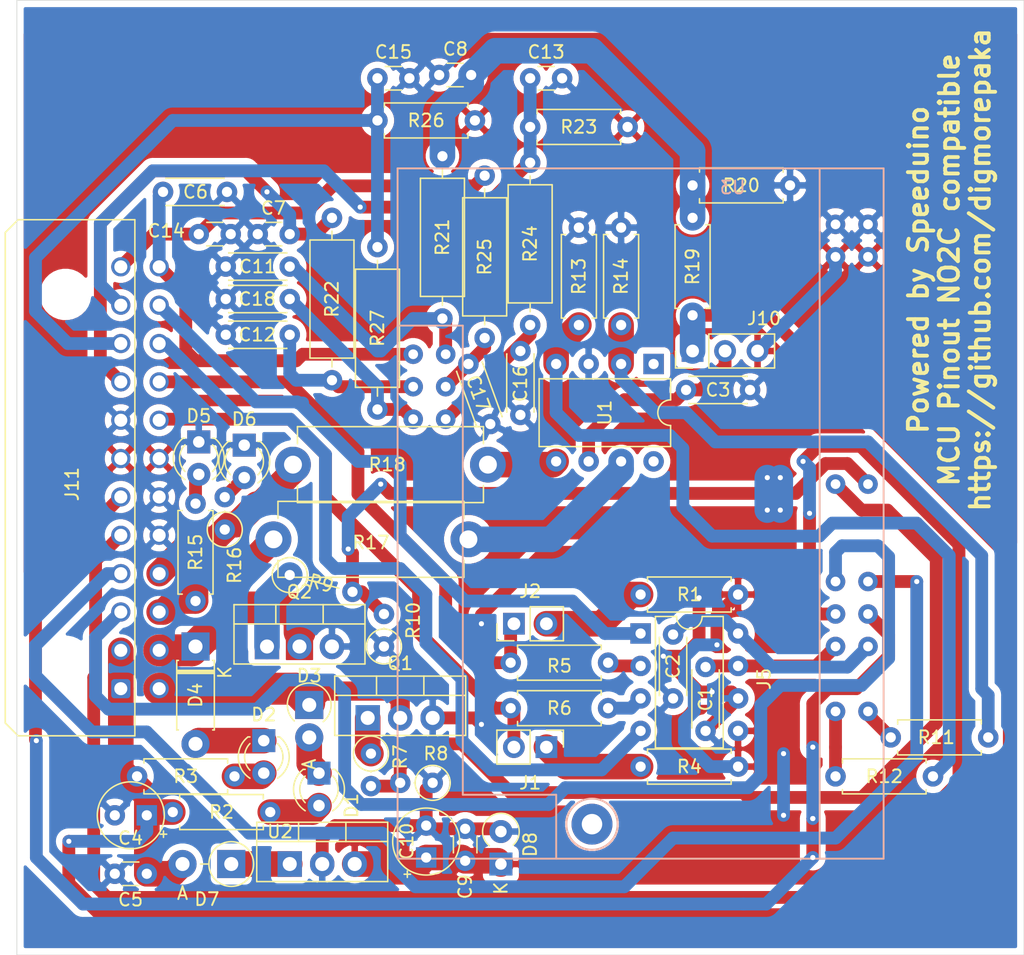
<source format=kicad_pcb>
(kicad_pcb (version 20171130) (host pcbnew 5.1.9+dfsg1-1~bpo10+1)
  (layers (0 F.Cu signal) (31 B.Cu signal) (34 B.Paste user) (35 F.Paste user) (36 B.SilkS user) (37 F.SilkS user) (38 B.Mask user) (39 F.Mask user) (44 Edge.Cuts user))
  (net 0 "")
  (net 1 TACH2)
  (net 2 GND)
  (net 3 IGN_PWR)
  (net 4 +12V)
  (net 5 MAP-SIG)
  (net 6 O2)
  (net 7 "Net-(C8-Pad1)")
  (net 8 +5V)
  (net 9 BRV-SIG)
  (net 10 O2-SIG)
  (net 11 IAT)
  (net 12 TPS)
  (net 13 CLT)
  (net 14 IAT-SIG)
  (net 15 TPS-SIG)
  (net 16 CLT-SIG)
  (net 17 "Net-(D1-Pad2)")
  (net 18 "Net-(D1-Pad1)")
  (net 19 "Net-(D2-Pad1)")
  (net 20 "Net-(D2-Pad2)")
  (net 21 INJ1)
  (net 22 INJ2)
  (net 23 "Net-(D5-Pad2)")
  (net 24 "Net-(D6-Pad2)")
  (net 25 "Net-(D7-Pad1)")
  (net 26 "Net-(J1-Pad1)")
  (net 27 VR2+)
  (net 28 "Net-(J2-Pad2)")
  (net 29 VR1+)
  (net 30 VR1-)
  (net 31 VR2-)
  (net 32 TACH1)
  (net 33 IGN1)
  (net 34 IGN2)
  (net 35 INJ1-SIG)
  (net 36 INJ2-SIG)
  (net 37 IGN1-SIG)
  (net 38 "Net-(R11-Pad1)")
  (net 39 IGN2-SIG)
  (net 40 "Net-(R12-Pad1)")
  (net 41 "Net-(R17-Pad1)")
  (net 42 "Net-(R18-Pad2)")
  (net 43 "Net-(U1-Pad8)")
  (net 44 "Net-(U1-Pad1)")
  (net 45 TX3)
  (net 46 RX3)
  (net 47 TACHO-OUT)
  (net 48 D16)
  (net 49 "Net-(J5-Pad2)")
  (net 50 "Net-(J5-Pad3)")
  (net 51 "Net-(Q1-Pad1)")
  (net 52 "Net-(Q2-Pad1)")
  (module Package_DIP:DIP-8_W7.62mm (layer F.Cu) (at 74.93 94.234)
    (fp_text reference J5 (at 9.652 3.556 90) (layer F.SilkS))
    (fp_text value "Signal conditioner")
    (pad 1 thru_hole rect (at 0 0) (size 1.6 1.6) (drill 0.8) (layers *.Cu *.Mask) (net 30 VR1-))
    (pad 5 thru_hole oval (at 7.62 7.62) (size 1.6 1.6) (drill 0.8) (layers *.Cu *.Mask) (net 8 +5V))
    (pad 2 thru_hole oval (at 0 2.54) (size 1.6 1.6) (drill 0.8) (layers *.Cu *.Mask) (net 49 "Net-(J5-Pad2)"))
    (pad 6 thru_hole oval (at 7.62 5.08) (size 1.6 1.6) (drill 0.8) (layers *.Cu *.Mask) (net 2 GND))
    (pad 3 thru_hole oval (at 0 5.08) (size 1.6 1.6) (drill 0.8) (layers *.Cu *.Mask) (net 50 "Net-(J5-Pad3)"))
    (pad 7 thru_hole oval (at 7.62 2.54) (size 1.6 1.6) (drill 0.8) (layers *.Cu *.Mask) (net 1 TACH2))
    (pad 4 thru_hole oval (at 0 7.62) (size 1.6 1.6) (drill 0.8) (layers *.Cu *.Mask) (net 31 VR2-))
    (pad 8 thru_hole oval (at 7.62 0) (size 1.6 1.6) (drill 0.8) (layers *.Cu *.Mask) (net 32 TACH1))
  )
  (module Capacitor_THT:C_Disc_D4.3mm_W1.9mm_P5.00mm (layer F.Cu) (at 80.01 101.854 90)
    (fp_text reference C1 (at 2.5 0 90) (layer F.SilkS))
    (fp_text value 0.22uF)
    (pad 2 thru_hole circle (at 5 0 90) (size 1.6 1.6) (drill 0.8) (layers *.Cu *.Mask) (net 1 TACH2))
    (pad 1 thru_hole circle (at 0 0 90) (size 1.6 1.6) (drill 0.8) (layers *.Cu *.Mask) (net 2 GND))
  )
  (module Capacitor_THT:C_Disc_D4.3mm_W1.9mm_P5.00mm (layer F.Cu) (at 77.47 99.314 90)
    (fp_text reference C2 (at 2.5 0 90) (layer F.SilkS))
    (fp_text value 0.01uF)
    (pad 1 thru_hole circle (at 0 0 90) (size 1.6 1.6) (drill 0.8) (layers *.Cu *.Mask) (net 2 GND))
    (pad 2 thru_hole circle (at 5 0 90) (size 1.6 1.6) (drill 0.8) (layers *.Cu *.Mask) (net 32 TACH1))
  )
  (module Capacitor_THT:C_Disc_D4.3mm_W1.9mm_P5.00mm (layer F.Cu) (at 78.486 75.184)
    (fp_text reference C3 (at 2.5 0) (layer F.SilkS))
    (fp_text value 1uF)
    (pad 1 thru_hole circle (at 0 0) (size 1.6 1.6) (drill 0.8) (layers *.Cu *.Mask) (net 3 IGN_PWR))
    (pad 2 thru_hole circle (at 5 0) (size 1.6 1.6) (drill 0.8) (layers *.Cu *.Mask) (net 2 GND))
  )
  (module Capacitor_THT:CP_Radial_Tantal_D5.0mm_P2.50mm (layer F.Cu) (at 36.322 108.458 180)
    (fp_text reference C4 (at 1.27 -1.778) (layer F.SilkS))
    (fp_text value "10uF 35V")
    (pad 1 thru_hole rect (at 0 0 180) (size 1.6 1.6) (drill 0.8) (layers *.Cu *.Mask) (net 4 +12V))
    (pad 2 thru_hole circle (at 2.5 0 180) (size 1.6 1.6) (drill 0.8) (layers *.Cu *.Mask) (net 2 GND))
  )
  (module Capacitor_THT:C_Disc_D3.0mm_W1.6mm_P2.50mm (layer F.Cu) (at 36.322 113.03 180)
    (fp_text reference C5 (at 1.27 -2.032) (layer F.SilkS))
    (fp_text value "0.1uF 50V")
    (pad 2 thru_hole circle (at 2.5 0 180) (size 1.6 1.6) (drill 0.8) (layers *.Cu *.Mask) (net 2 GND))
    (pad 1 thru_hole circle (at 0 0 180) (size 1.6 1.6) (drill 0.8) (layers *.Cu *.Mask) (net 4 +12V))
  )
  (module Capacitor_THT:C_Disc_D4.3mm_W1.9mm_P5.00mm (layer F.Cu) (at 37.592 59.69)
    (fp_text reference C6 (at 2.54 0) (layer F.SilkS))
    (fp_text value 0.3uF)
    (pad 1 thru_hole circle (at 0 0) (size 1.6 1.6) (drill 0.8) (layers *.Cu *.Mask) (net 5 MAP-SIG))
    (pad 2 thru_hole circle (at 5 0) (size 1.6 1.6) (drill 0.8) (layers *.Cu *.Mask) (net 2 GND))
  )
  (module Capacitor_THT:C_Disc_D3.0mm_W1.6mm_P2.50mm (layer F.Cu) (at 47.498 62.992 180)
    (fp_text reference C7 (at 1.27 2.032) (layer F.SilkS))
    (fp_text value 0.1uF)
    (pad 1 thru_hole circle (at 0 0 180) (size 1.6 1.6) (drill 0.8) (layers *.Cu *.Mask) (net 6 O2))
    (pad 2 thru_hole circle (at 2.5 0 180) (size 1.6 1.6) (drill 0.8) (layers *.Cu *.Mask) (net 2 GND))
  )
  (module Capacitor_THT:C_Disc_D3.0mm_W1.6mm_P2.50mm (layer F.Cu) (at 61.682 50.546 180)
    (fp_text reference C8 (at 1.23 2.032) (layer F.SilkS))
    (fp_text value 0.1uF)
    (pad 1 thru_hole circle (at 0 0 180) (size 1.6 1.6) (drill 0.8) (layers *.Cu *.Mask) (net 7 "Net-(C8-Pad1)"))
    (pad 2 thru_hole circle (at 2.5 0 180) (size 1.6 1.6) (drill 0.8) (layers *.Cu *.Mask) (net 2 GND))
  )
  (module Capacitor_THT:C_Disc_D3.0mm_W1.6mm_P2.50mm (layer F.Cu) (at 61.214 112.014 90)
    (fp_text reference C9 (at -2.032 0 90) (layer F.SilkS))
    (fp_text value "0.1uF 50V")
    (pad 2 thru_hole circle (at 2.5 0 90) (size 1.6 1.6) (drill 0.8) (layers *.Cu *.Mask) (net 2 GND))
    (pad 1 thru_hole circle (at 0 0 90) (size 1.6 1.6) (drill 0.8) (layers *.Cu *.Mask) (net 8 +5V))
  )
  (module Capacitor_THT:CP_Radial_Tantal_D5.0mm_P2.50mm (layer F.Cu) (at 58.166 111.76 90)
    (fp_text reference C10 (at 1.27 -1.524 90) (layer F.SilkS))
    (fp_text value "47uF 10V")
    (pad 2 thru_hole circle (at 2.5 0 90) (size 1.6 1.6) (drill 0.8) (layers *.Cu *.Mask) (net 2 GND))
    (pad 1 thru_hole rect (at 0 0 90) (size 1.6 1.6) (drill 0.8) (layers *.Cu *.Mask) (net 8 +5V))
  )
  (module Capacitor_THT:C_Disc_D4.3mm_W1.9mm_P5.00mm (layer F.Cu) (at 47.498 65.532 180)
    (fp_text reference C11 (at 2.5 0) (layer F.SilkS))
    (fp_text value 0.22uF)
    (pad 2 thru_hole circle (at 5 0 180) (size 1.6 1.6) (drill 0.8) (layers *.Cu *.Mask) (net 2 GND))
    (pad 1 thru_hole circle (at 0 0 180) (size 1.6 1.6) (drill 0.8) (layers *.Cu *.Mask) (net 9 BRV-SIG))
  )
  (module Capacitor_THT:C_Disc_D4.3mm_W1.9mm_P5.00mm (layer F.Cu) (at 47.498 70.866 180)
    (fp_text reference C12 (at 2.54 0) (layer F.SilkS))
    (fp_text value 0.22uF)
    (pad 2 thru_hole circle (at 5 0 180) (size 1.6 1.6) (drill 0.8) (layers *.Cu *.Mask) (net 2 GND))
    (pad 1 thru_hole circle (at 0 0 180) (size 1.6 1.6) (drill 0.8) (layers *.Cu *.Mask) (net 10 O2-SIG))
  )
  (module Capacitor_THT:C_Disc_D3.0mm_W1.6mm_P2.50mm (layer F.Cu) (at 66.294 50.8)
    (fp_text reference C13 (at 1.25 -2.05) (layer F.SilkS))
    (fp_text value 0.1uF)
    (pad 1 thru_hole circle (at 0 0) (size 1.6 1.6) (drill 0.8) (layers *.Cu *.Mask) (net 11 IAT))
    (pad 2 thru_hole circle (at 2.5 0) (size 1.6 1.6) (drill 0.8) (layers *.Cu *.Mask) (net 2 GND))
  )
  (module Capacitor_THT:C_Disc_D3.0mm_W1.6mm_P2.50mm (layer F.Cu) (at 40.386 62.992)
    (fp_text reference C14 (at -2.54 -0.254) (layer F.SilkS))
    (fp_text value 0.1uF)
    (pad 2 thru_hole circle (at 2.5 0) (size 1.6 1.6) (drill 0.8) (layers *.Cu *.Mask) (net 2 GND))
    (pad 1 thru_hole circle (at 0 0) (size 1.6 1.6) (drill 0.8) (layers *.Cu *.Mask) (net 12 TPS))
  )
  (module Capacitor_THT:C_Disc_D3.0mm_W1.6mm_P2.50mm (layer F.Cu) (at 54.356 50.8)
    (fp_text reference C15 (at 1.25 -2.05) (layer F.SilkS))
    (fp_text value 0.1uF)
    (pad 1 thru_hole circle (at 0 0) (size 1.6 1.6) (drill 0.8) (layers *.Cu *.Mask) (net 13 CLT))
    (pad 2 thru_hole circle (at 2.5 0) (size 1.6 1.6) (drill 0.8) (layers *.Cu *.Mask) (net 2 GND))
  )
  (module Capacitor_THT:C_Disc_D4.3mm_W1.9mm_P5.00mm (layer F.Cu) (at 65.532 72.136 270)
    (fp_text reference C16 (at 2.54 0 90) (layer F.SilkS))
    (fp_text value 0.22uF)
    (pad 1 thru_hole circle (at 0 0 270) (size 1.6 1.6) (drill 0.8) (layers *.Cu *.Mask) (net 14 IAT-SIG))
    (pad 2 thru_hole circle (at 5 0 270) (size 1.6 1.6) (drill 0.8) (layers *.Cu *.Mask) (net 2 GND))
  )
  (module Capacitor_THT:C_Disc_D4.3mm_W1.9mm_P5.00mm (layer F.Cu) (at 61.468 73.152 290)
    (fp_text reference C17 (at 2.408757 0.065812 110) (layer F.SilkS))
    (fp_text value 0.22uF)
    (pad 2 thru_hole circle (at 5 0 290) (size 1.6 1.6) (drill 0.8) (layers *.Cu *.Mask) (net 2 GND))
    (pad 1 thru_hole circle (at 0 0 290) (size 1.6 1.6) (drill 0.8) (layers *.Cu *.Mask) (net 15 TPS-SIG))
  )
  (module Capacitor_THT:C_Disc_D4.3mm_W1.9mm_P5.00mm (layer F.Cu) (at 47.498 68.072 180)
    (fp_text reference C18 (at 2.54 0) (layer F.SilkS))
    (fp_text value 0.22uF)
    (pad 1 thru_hole circle (at 0 0 180) (size 1.6 1.6) (drill 0.8) (layers *.Cu *.Mask) (net 16 CLT-SIG))
    (pad 2 thru_hole circle (at 5 0 180) (size 1.6 1.6) (drill 0.8) (layers *.Cu *.Mask) (net 2 GND))
  )
  (module LED_THT:LED_D3.0mm (layer F.Cu) (at 49.784 105.156 270)
    (fp_text reference D1 (at 2.54 -2.54 90) (layer F.SilkS))
    (fp_text value LED)
    (pad 1 thru_hole rect (at 0 0 270) (size 1.8 1.8) (drill 0.9) (layers *.Cu *.Mask) (net 18 "Net-(D1-Pad1)"))
    (pad 2 thru_hole circle (at 2.54 0 270) (size 1.8 1.8) (drill 0.9) (layers *.Cu *.Mask) (net 17 "Net-(D1-Pad2)"))
  )
  (module LED_THT:LED_D3.0mm (layer F.Cu) (at 45.466 102.616 270)
    (fp_text reference D2 (at -2.032 0 180) (layer F.SilkS))
    (fp_text value LED)
    (pad 2 thru_hole circle (at 2.54 0 270) (size 1.8 1.8) (drill 0.9) (layers *.Cu *.Mask) (net 20 "Net-(D2-Pad2)"))
    (pad 1 thru_hole rect (at 0 0 270) (size 1.8 1.8) (drill 0.9) (layers *.Cu *.Mask) (net 19 "Net-(D2-Pad1)"))
  )
  (module Diode_THT:D_DO-41_SOD81_P2.54mm_Vertical_AnodeUp (layer F.Cu) (at 49.022 99.822 270)
    (fp_text reference D3 (at -2.286 0 180) (layer F.SilkS))
    (fp_text value 1N4004)
    (fp_text user A (at 4.64 0 90) (layer F.SilkS))
    (pad 1 thru_hole rect (at 0 0 270) (size 2.2 2.2) (drill 1.1) (layers *.Cu *.Mask) (net 21 INJ1))
    (pad 2 thru_hole oval (at 2.54 0 270) (size 2.2 2.2) (drill 1.1) (layers *.Cu *.Mask) (net 18 "Net-(D1-Pad1)"))
  )
  (module LED_THT:LED_D3.0mm (layer F.Cu) (at 40.386 79.248 270)
    (fp_text reference D5 (at -2.032 0 180) (layer F.SilkS))
    (fp_text value LED)
    (pad 1 thru_hole rect (at 0 0 270) (size 1.8 1.8) (drill 0.9) (layers *.Cu *.Mask) (net 2 GND))
    (pad 2 thru_hole circle (at 2.54 0 270) (size 1.8 1.8) (drill 0.9) (layers *.Cu *.Mask) (net 23 "Net-(D5-Pad2)"))
  )
  (module LED_THT:LED_D3.0mm (layer F.Cu) (at 43.942 79.502 270)
    (fp_text reference D6 (at -2.032 0 180) (layer F.SilkS))
    (fp_text value LED)
    (pad 2 thru_hole circle (at 2.54 0 270) (size 1.8 1.8) (drill 0.9) (layers *.Cu *.Mask) (net 24 "Net-(D6-Pad2)"))
    (pad 1 thru_hole rect (at 0 0 270) (size 1.8 1.8) (drill 0.9) (layers *.Cu *.Mask) (net 2 GND))
  )
  (module Diode_THT:D_DO-41_SOD81_P3.81mm_Vertical_AnodeUp (layer F.Cu) (at 42.926 112.268 180)
    (fp_text reference D7 (at 1.905 -2.750635) (layer F.SilkS))
    (fp_text value 1N5818)
    (fp_text user A (at 3.81 -2.286) (layer F.SilkS))
    (pad 1 thru_hole rect (at 0 0 180) (size 2.2 2.2) (drill 1.1) (layers *.Cu *.Mask) (net 25 "Net-(D7-Pad1)"))
    (pad 2 thru_hole oval (at 3.81 0 180) (size 2.2 2.2) (drill 1.1) (layers *.Cu *.Mask) (net 4 +12V))
  )
  (module Diode_THT:D_A-405_P2.54mm_Vertical_KathodeUp (layer F.Cu) (at 64.008 112.268 90)
    (fp_text reference D8 (at 1.524 2.286 90) (layer F.SilkS))
    (fp_text value 1N5919BG)
    (fp_text user K (at -1.9 0 90) (layer F.SilkS))
    (pad 1 thru_hole rect (at 0 0 90) (size 1.8 1.8) (drill 0.9) (layers *.Cu *.Mask) (net 8 +5V))
    (pad 2 thru_hole oval (at 2.54 0 90) (size 1.8 1.8) (drill 0.9) (layers *.Cu *.Mask) (net 2 GND))
  )
  (module Connector_PinHeader_2.54mm:PinHeader_1x02_P2.54mm_Vertical (layer F.Cu) (at 67.564 103.124 270)
    (fp_text reference J1 (at 2.794 1.27 180) (layer F.SilkS))
    (fp_text value "TACH 2 pullup")
    (pad 2 thru_hole oval (at 0 2.54 270) (size 1.7 1.7) (drill 1) (layers *.Cu *.Mask) (net 27 VR2+))
    (pad 1 thru_hole rect (at 0 0 270) (size 1.7 1.7) (drill 1) (layers *.Cu *.Mask) (net 26 "Net-(J1-Pad1)"))
  )
  (module Connector_PinHeader_2.54mm:PinHeader_1x02_P2.54mm_Vertical (layer F.Cu) (at 65.024 93.472 90)
    (fp_text reference J2 (at 2.54 1.27 180) (layer F.SilkS))
    (fp_text value "TACH 1 pullup")
    (pad 1 thru_hole rect (at 0 0 90) (size 1.7 1.7) (drill 1) (layers *.Cu *.Mask) (net 29 VR1+))
    (pad 2 thru_hole oval (at 0 2.54 90) (size 1.7 1.7) (drill 1) (layers *.Cu *.Mask) (net 28 "Net-(J2-Pad2)"))
  )
  (module Connector_PinHeader_2.54mm:PinHeader_1x03_P2.54mm_Vertical (layer F.Cu) (at 78.994 72.136 90)
    (fp_text reference J10 (at 2.54 5.588 180) (layer F.SilkS))
    (fp_text value "IGN Voltage sel")
    (pad 1 thru_hole rect (at 0 0 90) (size 1.7 1.7) (drill 1) (layers *.Cu *.Mask) (net 4 +12V))
    (pad 2 thru_hole oval (at 0 2.54 90) (size 1.7 1.7) (drill 1) (layers *.Cu *.Mask) (net 3 IGN_PWR))
    (pad 3 thru_hole oval (at 0 5.08 90) (size 1.7 1.7) (drill 1) (layers *.Cu *.Mask) (net 8 +5V))
  )
  (module Connector_Molex:Molex_Micro-Fit_3.0_43045-2400_2x12_P3.00mm_Horizontal (layer F.Cu) (at 34.29 98.552 90)
    (fp_text reference J11 (at 16.002 -3.81 90) (layer F.SilkS))
    (fp_text value "Molex MicroFit 3.0 43045-2400/Amphenol ICC 10127720-242LF")
    (pad "" np_thru_hole circle (at 2.14 -4.32 90) (size 3 3) (drill 3) (layers *.Cu *.Mask))
    (pad "" np_thru_hole circle (at 30.84 -4.32 90) (size 3 3) (drill 3) (layers *.Cu *.Mask))
    (pad 1 thru_hole roundrect (at 0 0 90) (size 1.5 1.5) (drill 1.02) (layers *.Cu *.Mask) (roundrect_rratio 0.1666666666666667) (net 4 +12V))
    (pad 2 thru_hole circle (at 3 0 90) (size 1.5 1.5) (drill 1.02) (layers *.Cu *.Mask) (net 4 +12V))
    (pad 3 thru_hole circle (at 6 0 90) (size 1.5 1.5) (drill 1.02) (layers *.Cu *.Mask) (net 45 TX3))
    (pad 4 thru_hole circle (at 9 0 90) (size 1.5 1.5) (drill 1.02) (layers *.Cu *.Mask) (net 46 RX3))
    (pad 5 thru_hole circle (at 12 0 90) (size 1.5 1.5) (drill 1.02) (layers *.Cu *.Mask) (net 48 D16))
    (pad 6 thru_hole circle (at 15 0 90) (size 1.5 1.5) (drill 1.02) (layers *.Cu *.Mask) (net 47 TACHO-OUT))
    (pad 7 thru_hole circle (at 18 0 90) (size 1.5 1.5) (drill 1.02) (layers *.Cu *.Mask) (net 8 +5V))
    (pad 8 thru_hole circle (at 21 0 90) (size 1.5 1.5) (drill 1.02) (layers *.Cu *.Mask) (net 2 GND))
    (pad 9 thru_hole circle (at 24 0 90) (size 1.5 1.5) (drill 1.02) (layers *.Cu *.Mask) (net 6 O2))
    (pad 10 thru_hole circle (at 27 0 90) (size 1.5 1.5) (drill 1.02) (layers *.Cu *.Mask) (net 13 CLT))
    (pad 11 thru_hole circle (at 30 0 90) (size 1.5 1.5) (drill 1.02) (layers *.Cu *.Mask) (net 11 IAT))
    (pad 12 thru_hole circle (at 33 0 90) (size 1.5 1.5) (drill 1.02) (layers *.Cu *.Mask) (net 12 TPS))
    (pad 13 thru_hole circle (at 0 3 90) (size 1.5 1.5) (drill 1.02) (layers *.Cu *.Mask) (net 21 INJ1))
    (pad 14 thru_hole circle (at 3 3 90) (size 1.5 1.5) (drill 1.02) (layers *.Cu *.Mask) (net 22 INJ2))
    (pad 15 thru_hole circle (at 6 3 90) (size 1.5 1.5) (drill 1.02) (layers *.Cu *.Mask) (net 33 IGN1))
    (pad 16 thru_hole circle (at 9 3 90) (size 1.5 1.5) (drill 1.02) (layers *.Cu *.Mask) (net 34 IGN2))
    (pad 17 thru_hole circle (at 12 3 90) (size 1.5 1.5) (drill 1.02) (layers *.Cu *.Mask) (net 2 GND))
    (pad 18 thru_hole circle (at 15 3 90) (size 1.5 1.5) (drill 1.02) (layers *.Cu *.Mask) (net 2 GND))
    (pad 19 thru_hole circle (at 18 3 90) (size 1.5 1.5) (drill 1.02) (layers *.Cu *.Mask) (net 8 +5V))
    (pad 20 thru_hole circle (at 21 3 90) (size 1.5 1.5) (drill 1.02) (layers *.Cu *.Mask) (net 27 VR2+))
    (pad 21 thru_hole circle (at 24 3 90) (size 1.5 1.5) (drill 1.02) (layers *.Cu *.Mask) (net 29 VR1+))
    (pad 22 thru_hole circle (at 27 3 90) (size 1.5 1.5) (drill 1.02) (layers *.Cu *.Mask) (net 31 VR2-))
    (pad 23 thru_hole circle (at 30 3 90) (size 1.5 1.5) (drill 1.02) (layers *.Cu *.Mask) (net 30 VR1-))
    (pad 24 thru_hole circle (at 33 3 90) (size 1.5 1.5) (drill 1.02) (layers *.Cu *.Mask) (net 5 MAP-SIG))
  )
  (module Resistor_THT:R_Axial_DIN0207_L6.3mm_D2.5mm_P7.62mm_Horizontal (layer F.Cu) (at 74.93 91.186)
    (fp_text reference R1 (at 3.81 0) (layer F.SilkS))
    (fp_text value 1K)
    (pad 1 thru_hole circle (at 0 0) (size 1.6 1.6) (drill 0.8) (layers *.Cu *.Mask) (net 28 "Net-(J2-Pad2)"))
    (pad 2 thru_hole oval (at 7.62 0) (size 1.6 1.6) (drill 0.8) (layers *.Cu *.Mask) (net 8 +5V))
  )
  (module Resistor_THT:R_Axial_DIN0207_L6.3mm_D2.5mm_P7.62mm_Horizontal (layer F.Cu) (at 45.974 108.204 180)
    (fp_text reference R2 (at 3.81 0) (layer F.SilkS))
    (fp_text value 680R)
    (pad 2 thru_hole oval (at 7.62 0 180) (size 1.6 1.6) (drill 0.8) (layers *.Cu *.Mask) (net 4 +12V))
    (pad 1 thru_hole circle (at 0 0 180) (size 1.6 1.6) (drill 0.8) (layers *.Cu *.Mask) (net 17 "Net-(D1-Pad2)"))
  )
  (module Resistor_THT:R_Axial_DIN0207_L6.3mm_D2.5mm_P7.62mm_Horizontal (layer F.Cu) (at 43.18 105.41 180)
    (fp_text reference R3 (at 3.81 0) (layer F.SilkS))
    (fp_text value 680R)
    (pad 1 thru_hole circle (at 0 0 180) (size 1.6 1.6) (drill 0.8) (layers *.Cu *.Mask) (net 20 "Net-(D2-Pad2)"))
    (pad 2 thru_hole oval (at 7.62 0 180) (size 1.6 1.6) (drill 0.8) (layers *.Cu *.Mask) (net 4 +12V))
  )
  (module Resistor_THT:R_Axial_DIN0207_L6.3mm_D2.5mm_P7.62mm_Horizontal (layer F.Cu) (at 74.93 104.648)
    (fp_text reference R4 (at 3.81 0) (layer F.SilkS))
    (fp_text value 1K)
    (pad 2 thru_hole oval (at 7.62 0) (size 1.6 1.6) (drill 0.8) (layers *.Cu *.Mask) (net 8 +5V))
    (pad 1 thru_hole circle (at 0 0) (size 1.6 1.6) (drill 0.8) (layers *.Cu *.Mask) (net 26 "Net-(J1-Pad1)"))
  )
  (module Resistor_THT:R_Axial_DIN0207_L6.3mm_D2.5mm_P7.62mm_Horizontal (layer F.Cu) (at 72.39 96.52 180)
    (fp_text reference R5 (at 3.81 -0.254) (layer F.SilkS))
    (fp_text value 1K)
    (pad 2 thru_hole oval (at 7.62 0 180) (size 1.6 1.6) (drill 0.8) (layers *.Cu *.Mask) (net 29 VR1+))
    (pad 1 thru_hole circle (at 0 0 180) (size 1.6 1.6) (drill 0.8) (layers *.Cu *.Mask) (net 49 "Net-(J5-Pad2)"))
  )
  (module Resistor_THT:R_Axial_DIN0207_L6.3mm_D2.5mm_P7.62mm_Horizontal (layer F.Cu) (at 72.39 100.076 180)
    (fp_text reference R6 (at 3.81 0) (layer F.SilkS))
    (fp_text value 1K)
    (pad 2 thru_hole oval (at 7.62 0 180) (size 1.6 1.6) (drill 0.8) (layers *.Cu *.Mask) (net 27 VR2+))
    (pad 1 thru_hole circle (at 0 0 180) (size 1.6 1.6) (drill 0.8) (layers *.Cu *.Mask) (net 50 "Net-(J5-Pad3)"))
  )
  (module Resistor_THT:R_Axial_DIN0207_L6.3mm_D2.5mm_P7.62mm_Horizontal (layer F.Cu) (at 102.108 102.362 180)
    (fp_text reference R11 (at 4.064 0) (layer F.SilkS))
    (fp_text value 1K)
    (pad 2 thru_hole oval (at 7.62 0 180) (size 1.6 1.6) (drill 0.8) (layers *.Cu *.Mask) (net 37 IGN1-SIG))
    (pad 1 thru_hole circle (at 0 0 180) (size 1.6 1.6) (drill 0.8) (layers *.Cu *.Mask) (net 38 "Net-(R11-Pad1)"))
  )
  (module Resistor_THT:R_Axial_DIN0207_L6.3mm_D2.5mm_P7.62mm_Horizontal (layer F.Cu) (at 97.79 105.41 180)
    (fp_text reference R12 (at 3.81 0) (layer F.SilkS))
    (fp_text value 1K)
    (pad 1 thru_hole circle (at 0 0 180) (size 1.6 1.6) (drill 0.8) (layers *.Cu *.Mask) (net 40 "Net-(R12-Pad1)"))
    (pad 2 thru_hole oval (at 7.62 0 180) (size 1.6 1.6) (drill 0.8) (layers *.Cu *.Mask) (net 39 IGN2-SIG))
  )
  (module Resistor_THT:R_Axial_DIN0207_L6.3mm_D2.5mm_P7.62mm_Horizontal (layer F.Cu) (at 73.406 70.104 90)
    (fp_text reference R13 (at 3.81 -3.302 90) (layer F.SilkS))
    (fp_text value 100K)
    (pad 2 thru_hole oval (at 7.62 0 90) (size 1.6 1.6) (drill 0.8) (layers *.Cu *.Mask) (net 2 GND))
    (pad 1 thru_hole circle (at 0 0 90) (size 1.6 1.6) (drill 0.8) (layers *.Cu *.Mask) (net 38 "Net-(R11-Pad1)"))
  )
  (module Resistor_THT:R_Axial_DIN0207_L6.3mm_D2.5mm_P7.62mm_Horizontal (layer F.Cu) (at 70.104 62.484 270)
    (fp_text reference R14 (at 3.81 -3.302 90) (layer F.SilkS))
    (fp_text value 100K)
    (pad 1 thru_hole circle (at 0 0 270) (size 1.6 1.6) (drill 0.8) (layers *.Cu *.Mask) (net 2 GND))
    (pad 2 thru_hole oval (at 7.62 0 270) (size 1.6 1.6) (drill 0.8) (layers *.Cu *.Mask) (net 40 "Net-(R12-Pad1)"))
  )
  (module Resistor_THT:R_Axial_DIN0207_L6.3mm_D2.5mm_P7.62mm_Horizontal (layer F.Cu) (at 40.132 91.694 90)
    (fp_text reference R15 (at 3.81 0 90) (layer F.SilkS))
    (fp_text value 2.4K)
    (pad 1 thru_hole circle (at 0 0 90) (size 1.6 1.6) (drill 0.8) (layers *.Cu *.Mask) (net 33 IGN1))
    (pad 2 thru_hole oval (at 7.62 0 90) (size 1.6 1.6) (drill 0.8) (layers *.Cu *.Mask) (net 23 "Net-(D5-Pad2)"))
  )
  (module Resistor_THT:R_Axial_DIN0614_L14.3mm_D5.7mm_P15.24mm_Horizontal (layer F.Cu) (at 61.468 86.868 180)
    (fp_text reference R17 (at 7.62 -0.254) (layer F.SilkS))
    (fp_text value "160R 2W")
    (pad 2 thru_hole oval (at 15.24 0 180) (size 2.8 2.8) (drill 1.4) (layers *.Cu *.Mask) (net 33 IGN1))
    (pad 1 thru_hole circle (at 0 0 180) (size 2.8 2.8) (drill 1.4) (layers *.Cu *.Mask) (net 41 "Net-(R17-Pad1)"))
  )
  (module Resistor_THT:R_Axial_DIN0614_L14.3mm_D5.7mm_P15.24mm_Horizontal (layer F.Cu) (at 47.752 81.026)
    (fp_text reference R18 (at 7.366 0) (layer F.SilkS))
    (fp_text value "160R 2W")
    (pad 1 thru_hole circle (at 0 0) (size 2.8 2.8) (drill 1.4) (layers *.Cu *.Mask) (net 34 IGN2))
    (pad 2 thru_hole oval (at 15.24 0) (size 2.8 2.8) (drill 1.4) (layers *.Cu *.Mask) (net 42 "Net-(R18-Pad2)"))
  )
  (module Resistor_THT:R_Axial_DIN0207_L6.3mm_D2.5mm_P7.62mm_Horizontal (layer F.Cu) (at 78.994 69.342 90)
    (fp_text reference R19 (at 3.81 0 90) (layer F.SilkS))
    (fp_text value 3.9K)
    (pad 1 thru_hole circle (at 0 0 90) (size 1.6 1.6) (drill 0.8) (layers *.Cu *.Mask) (net 4 +12V))
    (pad 2 thru_hole oval (at 7.62 0 90) (size 1.6 1.6) (drill 0.8) (layers *.Cu *.Mask) (net 7 "Net-(C8-Pad1)"))
  )
  (module Resistor_THT:R_Axial_DIN0207_L6.3mm_D2.5mm_P7.62mm_Horizontal (layer F.Cu) (at 78.994 59.182)
    (fp_text reference R20 (at 3.81 0) (layer F.SilkS))
    (fp_text value 1K)
    (pad 1 thru_hole circle (at 0 0) (size 1.6 1.6) (drill 0.8) (layers *.Cu *.Mask) (net 7 "Net-(C8-Pad1)"))
    (pad 2 thru_hole oval (at 7.62 0) (size 1.6 1.6) (drill 0.8) (layers *.Cu *.Mask) (net 2 GND))
  )
  (module Resistor_THT:R_Axial_DIN0309_L9.0mm_D3.2mm_P12.70mm_Horizontal (layer F.Cu) (at 59.436 69.596 90)
    (fp_text reference R21 (at 6.35 0 90) (layer F.SilkS))
    (fp_text value 470R)
    (pad 2 thru_hole oval (at 12.7 0 90) (size 1.6 1.6) (drill 0.8) (layers *.Cu *.Mask) (net 7 "Net-(C8-Pad1)"))
    (pad 1 thru_hole circle (at 0 0 90) (size 1.6 1.6) (drill 0.8) (layers *.Cu *.Mask) (net 9 BRV-SIG))
  )
  (module Resistor_THT:R_Axial_DIN0309_L9.0mm_D3.2mm_P12.70mm_Horizontal (layer F.Cu) (at 50.8 74.422 90)
    (fp_text reference R22 (at 6.35 0 90) (layer F.SilkS))
    (fp_text value 470R)
    (pad 1 thru_hole circle (at 0 0 90) (size 1.6 1.6) (drill 0.8) (layers *.Cu *.Mask) (net 10 O2-SIG))
    (pad 2 thru_hole oval (at 12.7 0 90) (size 1.6 1.6) (drill 0.8) (layers *.Cu *.Mask) (net 6 O2))
  )
  (module Resistor_THT:R_Axial_DIN0207_L6.3mm_D2.5mm_P7.62mm_Horizontal (layer F.Cu) (at 73.914 54.61 180)
    (fp_text reference R23 (at 3.81 0) (layer F.SilkS))
    (fp_text value 2.49K)
    (pad 2 thru_hole oval (at 7.62 0 180) (size 1.6 1.6) (drill 0.8) (layers *.Cu *.Mask) (net 11 IAT))
    (pad 1 thru_hole circle (at 0 0 180) (size 1.6 1.6) (drill 0.8) (layers *.Cu *.Mask) (net 8 +5V))
  )
  (module Resistor_THT:R_Axial_DIN0309_L9.0mm_D3.2mm_P12.70mm_Horizontal (layer F.Cu) (at 66.294 70.104 90)
    (fp_text reference R24 (at 6.35 0 90) (layer F.SilkS))
    (fp_text value 470R)
    (pad 1 thru_hole circle (at 0 0 90) (size 1.6 1.6) (drill 0.8) (layers *.Cu *.Mask) (net 14 IAT-SIG))
    (pad 2 thru_hole oval (at 12.7 0 90) (size 1.6 1.6) (drill 0.8) (layers *.Cu *.Mask) (net 11 IAT))
  )
  (module Resistor_THT:R_Axial_DIN0309_L9.0mm_D3.2mm_P12.70mm_Horizontal (layer F.Cu) (at 62.738 71.12 90)
    (fp_text reference R25 (at 6.35 0 90) (layer F.SilkS))
    (fp_text value 470R)
    (pad 2 thru_hole oval (at 12.7 0 90) (size 1.6 1.6) (drill 0.8) (layers *.Cu *.Mask) (net 12 TPS))
    (pad 1 thru_hole circle (at 0 0 90) (size 1.6 1.6) (drill 0.8) (layers *.Cu *.Mask) (net 15 TPS-SIG))
  )
  (module Resistor_THT:R_Axial_DIN0207_L6.3mm_D2.5mm_P7.62mm_Horizontal (layer F.Cu) (at 61.976 54.102 180)
    (fp_text reference R26 (at 3.81 0) (layer F.SilkS))
    (fp_text value 2.49K)
    (pad 2 thru_hole oval (at 7.62 0 180) (size 1.6 1.6) (drill 0.8) (layers *.Cu *.Mask) (net 13 CLT))
    (pad 1 thru_hole circle (at 0 0 180) (size 1.6 1.6) (drill 0.8) (layers *.Cu *.Mask) (net 8 +5V))
  )
  (module Resistor_THT:R_Axial_DIN0309_L9.0mm_D3.2mm_P12.70mm_Horizontal (layer F.Cu) (at 54.356 76.708 90)
    (fp_text reference R27 (at 6.35 0 90) (layer F.SilkS))
    (fp_text value 470R)
    (pad 1 thru_hole circle (at 0 0 90) (size 1.6 1.6) (drill 0.8) (layers *.Cu *.Mask) (net 16 CLT-SIG))
    (pad 2 thru_hole oval (at 12.7 0 90) (size 1.6 1.6) (drill 0.8) (layers *.Cu *.Mask) (net 13 CLT))
  )
  (module Package_DIP:DIP-8_W7.62mm (layer F.Cu) (at 75.946 73.152 270)
    (fp_text reference U1 (at 3.81 3.81 90) (layer F.SilkS))
    (fp_text value TC4424EPA)
    (pad 8 thru_hole oval (at 7.62 0 270) (size 1.6 1.6) (drill 0.8) (layers *.Cu *.Mask) (net 43 "Net-(U1-Pad8)"))
    (pad 4 thru_hole oval (at 0 7.62 270) (size 1.6 1.6) (drill 0.8) (layers *.Cu *.Mask) (net 40 "Net-(R12-Pad1)"))
    (pad 7 thru_hole oval (at 7.62 2.54 270) (size 1.6 1.6) (drill 0.8) (layers *.Cu *.Mask) (net 41 "Net-(R17-Pad1)"))
    (pad 3 thru_hole oval (at 0 5.08 270) (size 1.6 1.6) (drill 0.8) (layers *.Cu *.Mask) (net 2 GND))
    (pad 6 thru_hole oval (at 7.62 5.08 270) (size 1.6 1.6) (drill 0.8) (layers *.Cu *.Mask) (net 3 IGN_PWR))
    (pad 2 thru_hole oval (at 0 2.54 270) (size 1.6 1.6) (drill 0.8) (layers *.Cu *.Mask) (net 38 "Net-(R11-Pad1)"))
    (pad 5 thru_hole oval (at 7.62 7.62 270) (size 1.6 1.6) (drill 0.8) (layers *.Cu *.Mask) (net 42 "Net-(R18-Pad2)"))
    (pad 1 thru_hole rect (at 0 0 270) (size 1.6 1.6) (drill 0.8) (layers *.Cu *.Mask) (net 44 "Net-(U1-Pad1)"))
  )
  (module Package_TO_SOT_THT:TO-220-3_Vertical (layer F.Cu) (at 47.498 112.268)
    (fp_text reference U2 (at -0.762 -2.54) (layer F.SilkS))
    (fp_text value LM2940T)
    (pad 1 thru_hole rect (at 0 0) (size 1.905 2) (drill 1.1) (layers *.Cu *.Mask) (net 25 "Net-(D7-Pad1)"))
    (pad 2 thru_hole oval (at 2.54 0) (size 1.905 2) (drill 1.1) (layers *.Cu *.Mask) (net 2 GND))
    (pad 3 thru_hole oval (at 5.08 0) (size 1.905 2) (drill 1.1) (layers *.Cu *.Mask) (net 8 +5V))
  )
  (module Module:Mega2560-PRO-Stripped (layer B.Cu) (at 87.63 57.15 180)
    (fp_text reference U3 (at 5.5 -2.2) (layer B.SilkS) (effects (justify mirror)))
    (fp_text value Mega2560-PRO)
    (pad GND thru_hole circle (at -5.08 -5.08 180) (size 1.524 1.524) (drill 0.762) (layers *.Cu *.Mask) (net 2 GND))
    (pad GND thru_hole circle (at -2.54 -5.08 180) (size 1.524 1.524) (drill 0.762) (layers *.Cu *.Mask) (net 2 GND))
    (pad 5V thru_hole circle (at -5.08 -7.62 180) (size 1.524 1.524) (drill 0.762) (layers *.Cu *.Mask) (net 8 +5V))
    (pad 5V thru_hole circle (at -2.54 -7.62 180) (size 1.524 1.524) (drill 0.762) (layers *.Cu *.Mask) (net 8 +5V))
    (pad D9 thru_hole circle (at -5.08 -25.4 180) (size 1.524 1.524) (drill 0.762) (layers *.Cu *.Mask) (net 36 INJ2-SIG))
    (pad D8 thru_hole circle (at -2.54 -25.4 180) (size 1.524 1.524) (drill 0.762) (layers *.Cu *.Mask) (net 35 INJ1-SIG))
    (pad D15 thru_hole circle (at -5.08 -33.02 180) (size 1.524 1.524) (drill 0.762) (layers *.Cu *.Mask) (net 46 RX3))
    (pad D14 thru_hole circle (at -2.54 -33.02 180) (size 1.524 1.524) (drill 0.762) (layers *.Cu *.Mask) (net 45 TX3))
    (pad D17 thru_hole circle (at -5.08 -35.56 180) (size 1.524 1.524) (drill 0.762) (layers *.Cu *.Mask) (net 47 TACHO-OUT))
    (pad D16 thru_hole circle (at -2.54 -35.56 180) (size 1.524 1.524) (drill 0.762) (layers *.Cu *.Mask) (net 48 D16))
    (pad D19 thru_hole circle (at -5.08 -38.1 180) (size 1.524 1.524) (drill 0.762) (layers *.Cu *.Mask) (net 32 TACH1))
    (pad D18 thru_hole circle (at -2.54 -38.1 180) (size 1.524 1.524) (drill 0.762) (layers *.Cu *.Mask) (net 1 TACH2))
    (pad D23 thru_hole circle (at -5.08 -43.18 180) (size 1.524 1.524) (drill 0.762) (layers *.Cu *.Mask) (net 37 IGN1-SIG))
    (pad D22 thru_hole circle (at -2.54 -43.18 180) (size 1.524 1.524) (drill 0.762) (layers *.Cu *.Mask) (net 39 IGN2-SIG))
    (pad A1 thru_hole circle (at 27.94 -15.24 180) (size 1.524 1.524) (drill 0.762) (layers *.Cu *.Mask) (net 9 BRV-SIG))
    (pad A0 thru_hole circle (at 30.48 -15.24 180) (size 1.524 1.524) (drill 0.762) (layers *.Cu *.Mask) (net 5 MAP-SIG))
    (pad A3 thru_hole circle (at 27.94 -17.78 180) (size 1.524 1.524) (drill 0.762) (layers *.Cu *.Mask) (net 15 TPS-SIG))
    (pad A2 thru_hole circle (at 30.48 -17.78 180) (size 1.524 1.524) (drill 0.762) (layers *.Cu *.Mask) (net 10 O2-SIG))
    (pad A5 thru_hole circle (at 27.94 -20.32 180) (size 1.524 1.524) (drill 0.762) (layers *.Cu *.Mask) (net 14 IAT-SIG))
    (pad A4 thru_hole circle (at 30.48 -20.32 180) (size 1.524 1.524) (drill 0.762) (layers *.Cu *.Mask) (net 16 CLT-SIG))
    (pad "" np_thru_hole circle (at 16.5 -52 180) (size 3.2 3.2) (drill 1.6) (layers *.Cu *.Mask))
  )
  (module Diode_THT:D_DO-41_SOD81_P7.62mm_Horizontal (layer F.Cu) (at 40.132 95.25 270)
    (fp_text reference D4 (at 3.81 0 90) (layer F.SilkS))
    (fp_text value 1N4004)
    (fp_text user K (at 2.032 -2.286 90) (layer F.SilkS))
    (pad 1 thru_hole rect (at 0 0 270) (size 2.2 2.2) (drill 1.1) (layers *.Cu *.Mask) (net 22 INJ2))
    (pad 2 thru_hole oval (at 7.62 0 270) (size 2.2 2.2) (drill 1.1) (layers *.Cu *.Mask) (net 19 "Net-(D2-Pad1)"))
  )
  (module Resistor_THT:R_Axial_DIN0207_L6.3mm_D2.5mm_P2.54mm_Vertical (layer F.Cu) (at 53.848 103.632 270)
    (fp_text reference R7 (at 0.254 -2.286 90) (layer F.SilkS))
    (fp_text value 1K)
    (pad 2 thru_hole oval (at 2.54 0 270) (size 1.6 1.6) (drill 0.8) (layers *.Cu *.Mask) (net 35 INJ1-SIG))
    (pad 1 thru_hole circle (at 0 0 270) (size 1.6 1.6) (drill 0.8) (layers *.Cu *.Mask) (net 51 "Net-(Q1-Pad1)"))
  )
  (module Resistor_THT:R_Axial_DIN0207_L6.3mm_D2.5mm_P2.54mm_Vertical (layer F.Cu) (at 58.674 105.918 180)
    (fp_text reference R8 (at -0.254 2.286) (layer F.SilkS))
    (fp_text value 100K)
    (pad 1 thru_hole circle (at 0 0 180) (size 1.6 1.6) (drill 0.8) (layers *.Cu *.Mask) (net 2 GND))
    (pad 2 thru_hole oval (at 2.54 0 180) (size 1.6 1.6) (drill 0.8) (layers *.Cu *.Mask) (net 35 INJ1-SIG))
  )
  (module Resistor_THT:R_Axial_DIN0207_L6.3mm_D2.5mm_P5.08mm_Vertical (layer F.Cu) (at 47.498 89.662 345)
    (fp_text reference R9 (at 2.54 0 165) (layer F.SilkS))
    (fp_text value 1K)
    (pad 1 thru_hole circle (at 0 0 345) (size 1.6 1.6) (drill 0.8) (layers *.Cu *.Mask) (net 52 "Net-(Q2-Pad1)"))
    (pad 2 thru_hole oval (at 5.08 0 345) (size 1.6 1.6) (drill 0.8) (layers *.Cu *.Mask) (net 36 INJ2-SIG))
  )
  (module Resistor_THT:R_Axial_DIN0207_L6.3mm_D2.5mm_P2.54mm_Vertical (layer F.Cu) (at 54.864 95.25 90)
    (fp_text reference R10 (at 2.032 2.286 90) (layer F.SilkS))
    (fp_text value 100K)
    (pad 2 thru_hole oval (at 2.54 0 90) (size 1.6 1.6) (drill 0.8) (layers *.Cu *.Mask) (net 36 INJ2-SIG))
    (pad 1 thru_hole circle (at 0 0 90) (size 1.6 1.6) (drill 0.8) (layers *.Cu *.Mask) (net 2 GND))
  )
  (module Resistor_THT:R_Axial_DIN0207_L6.3mm_D2.5mm_P2.54mm_Vertical (layer F.Cu) (at 42.418 86.106 90)
    (fp_text reference R16 (at -2.794 0.762 90) (layer F.SilkS))
    (fp_text value 2.4K)
    (pad 1 thru_hole circle (at 0 0 90) (size 1.6 1.6) (drill 0.8) (layers *.Cu *.Mask) (net 34 IGN2))
    (pad 2 thru_hole oval (at 2.54 0 90) (size 1.6 1.6) (drill 0.8) (layers *.Cu *.Mask) (net 24 "Net-(D6-Pad2)"))
  )
  (module Package_TO_SOT_THT:TO-220-3_Vertical (layer F.Cu) (at 53.594 100.838)
    (fp_text reference Q1 (at 2.54 -4.27) (layer F.SilkS))
    (fp_text value STP75N04-TO220)
    (pad 3 thru_hole oval (at 5.08 0) (size 1.905 2) (drill 1.1) (layers *.Cu *.Mask) (net 2 GND))
    (pad 2 thru_hole oval (at 2.54 0) (size 1.905 2) (drill 1.1) (layers *.Cu *.Mask) (net 21 INJ1))
    (pad 1 thru_hole rect (at 0 0) (size 1.905 2) (drill 1.1) (layers *.Cu *.Mask) (net 51 "Net-(Q1-Pad1)"))
  )
  (module Package_TO_SOT_THT:TO-220-3_Vertical (layer F.Cu) (at 45.72 95.25)
    (fp_text reference Q2 (at 2.54 -4.27) (layer F.SilkS))
    (fp_text value STP75N04-TO220)
    (pad 1 thru_hole rect (at 0 0) (size 1.905 2) (drill 1.1) (layers *.Cu *.Mask) (net 52 "Net-(Q2-Pad1)"))
    (pad 2 thru_hole oval (at 2.54 0) (size 1.905 2) (drill 1.1) (layers *.Cu *.Mask) (net 22 INJ2))
    (pad 3 thru_hole oval (at 5.08 0) (size 1.905 2) (drill 1.1) (layers *.Cu *.Mask) (net 2 GND))
  )
  (gr_poly (pts (xy 49.276 96.266) (xy 47.244 96.266) (xy 47.244 94.234) (xy 49.276 94.234)) (layer F.Cu) (width 0.1))
  (gr_text "Powered by Speeduino\nMCU Pinout NO2C compatible\nhttps://github.com/digmorepaka" (at 99.06 65.786 90) (layer F.SilkS) (effects (font (size 1.5 1.5) (thickness 0.3))))
  (gr_line (start 26.162 44.704) (end 104.902 44.704) (layer Edge.Cuts) (width 0.05))
  (gr_line (start 104.902 119.38) (end 104.902 44.704) (layer Edge.Cuts) (width 0.05))
  (gr_line (start 26.162 119.38) (end 104.902 119.38) (layer Edge.Cuts) (width 0.05))
  (gr_line (start 26.162 44.704) (end 26.162 119.38) (layer Edge.Cuts) (width 0.05))
  (segment (start 80.09 96.774) (end 80.01 96.854) (width 1) (layer F.Cu) (net 1))
  (segment (start 82.55 96.774) (end 80.09 96.774) (width 1) (layer F.Cu) (net 1))
  (segment (start 88.646 96.774) (end 90.17 95.25) (width 1) (layer F.Cu) (net 1))
  (segment (start 82.55 96.774) (end 88.646 96.774) (width 1) (layer F.Cu) (net 1))
  (via (at 76.708 96.012) (size 0.8) (drill 0.4) (layers F.Cu B.Cu) (net 2))
  (segment (start 79.502 94.799685) (end 79.502 91.44) (width 1) (layer F.Cu) (net 2))
  (segment (start 79.502 91.44) (end 79.502 91.44) (width 1) (layer F.Cu) (net 2))
  (via (at 79.502 91.44) (size 0.8) (drill 0.4) (layers F.Cu B.Cu) (net 2))
  (segment (start 78.289685 96.012) (end 76.708 96.012) (width 1) (layer F.Cu) (net 2))
  (segment (start 79.502 94.799685) (end 78.289685 96.012) (width 1) (layer F.Cu) (net 2))
  (via (at 80.518 98.806) (size 0.8) (drill 0.4) (layers F.Cu B.Cu) (net 2))
  (segment (start 79.502 98.806) (end 80.518 98.806) (width 1) (layer F.Cu) (net 2))
  (segment (start 77.978 97.282) (end 77.978 96.323685) (width 1) (layer F.Cu) (net 2))
  (segment (start 77.978 97.282) (end 79.502 98.806) (width 1) (layer F.Cu) (net 2))
  (segment (start 77.978 96.323685) (end 78.289685 96.012) (width 1) (layer F.Cu) (net 2))
  (segment (start 76.708 96.012) (end 77.978 97.282) (width 1) (layer F.Cu) (net 2))
  (segment (start 51.046 109.26) (end 58.166 109.26) (width 1) (layer F.Cu) (net 2))
  (segment (start 50.038 110.268) (end 51.046 109.26) (width 1) (layer F.Cu) (net 2))
  (segment (start 50.038 112.268) (end 50.038 110.268) (width 1) (layer F.Cu) (net 2))
  (segment (start 63.794 109.514) (end 64.008 109.728) (width 1) (layer F.Cu) (net 2))
  (segment (start 61.214 109.514) (end 63.794 109.514) (width 1) (layer F.Cu) (net 2))
  (segment (start 58.42 109.514) (end 58.166 109.26) (width 1) (layer F.Cu) (net 2))
  (segment (start 61.214 109.514) (end 58.42 109.514) (width 1) (layer F.Cu) (net 2))
  (segment (start 58.166 106.426) (end 58.674 105.918) (width 1) (layer F.Cu) (net 2))
  (segment (start 58.166 109.26) (end 58.166 106.426) (width 1) (layer F.Cu) (net 2))
  (segment (start 82.55 99.314) (end 80.01 101.854) (width 1) (layer F.Cu) (net 2))
  (segment (start 82.042 98.806) (end 82.55 99.314) (width 1) (layer F.Cu) (net 2))
  (segment (start 80.518 98.806) (end 82.042 98.806) (width 1) (layer F.Cu) (net 2))
  (segment (start 58.674 100.838) (end 61.976 100.838) (width 1) (layer F.Cu) (net 2))
  (segment (start 61.976 100.838) (end 62.484 101.346) (width 1) (layer F.Cu) (net 2))
  (segment (start 62.484 101.346) (end 62.484 101.346) (width 1) (layer F.Cu) (net 2))
  (via (at 62.484 101.346) (size 0.8) (drill 0.4) (layers F.Cu B.Cu) (net 2))
  (segment (start 62.484 101.346) (end 62.484 93.472) (width 1) (layer B.Cu) (net 2))
  (segment (start 62.484 93.472) (end 62.484 93.472) (width 1) (layer B.Cu) (net 2))
  (via (at 62.484 93.472) (size 0.8) (drill 0.4) (layers F.Cu B.Cu) (net 2))
  (segment (start 62.484 92.781998) (end 67.381998 87.884) (width 1) (layer F.Cu) (net 2))
  (segment (start 62.484 93.472) (end 62.484 92.781998) (width 1) (layer F.Cu) (net 2))
  (segment (start 75.946 87.884) (end 79.502 91.44) (width 1) (layer F.Cu) (net 2))
  (segment (start 67.381998 87.884) (end 75.946 87.884) (width 1) (layer F.Cu) (net 2))
  (segment (start 70.866 80.772) (end 70.866 78.74) (width 1) (layer F.Cu) (net 3))
  (segment (start 70.866 78.74) (end 73.66 75.946) (width 1) (layer F.Cu) (net 3))
  (segment (start 77.724 75.946) (end 78.486 75.184) (width 1) (layer F.Cu) (net 3))
  (segment (start 73.66 75.946) (end 77.724 75.946) (width 1) (layer F.Cu) (net 3))
  (segment (start 81.534 73.26737) (end 81.534 72.136) (width 1) (layer F.Cu) (net 3))
  (segment (start 79.61737 75.184) (end 81.534 73.26737) (width 1) (layer F.Cu) (net 3))
  (segment (start 78.486 75.184) (end 79.61737 75.184) (width 1) (layer F.Cu) (net 3))
  (segment (start 34.29 95.552) (end 34.29 98.552) (width 2) (layer F.Cu) (net 4))
  (segment (start 34.29 98.552) (end 34.29 104.902) (width 2) (layer F.Cu) (net 4))
  (segment (start 36.322 106.934) (end 36.322 108.458) (width 2) (layer F.Cu) (net 4))
  (segment (start 34.29 104.902) (end 36.322 106.934) (width 2) (layer F.Cu) (net 4))
  (segment (start 36.322 113.03) (end 36.322 108.458) (width 2) (layer F.Cu) (net 4))
  (segment (start 38.354 113.03) (end 39.116 112.268) (width 2) (layer F.Cu) (net 4))
  (segment (start 36.322 113.03) (end 38.354 113.03) (width 2) (layer F.Cu) (net 4))
  (segment (start 36.576 108.204) (end 36.322 108.458) (width 2) (layer F.Cu) (net 4))
  (segment (start 38.354 108.204) (end 36.576 108.204) (width 2) (layer F.Cu) (net 4))
  (segment (start 78.994 72.136) (end 78.994 69.342) (width 2) (layer B.Cu) (net 4))
  (segment (start 36.322 108.458) (end 36.322 109.728) (width 1) (layer B.Cu) (net 4))
  (segment (start 36.322 109.728) (end 35.56 110.49) (width 1) (layer B.Cu) (net 4))
  (segment (start 35.56 110.49) (end 30.226 110.49) (width 1) (layer B.Cu) (net 4))
  (segment (start 84.836 69.342) (end 78.994 69.342) (width 1) (layer F.Cu) (net 4))
  (segment (start 103.758001 104.013999) (end 103.758001 88.264001) (width 1) (layer F.Cu) (net 4))
  (segment (start 92.235204 115.316) (end 92.456 115.316) (width 1) (layer F.Cu) (net 4))
  (segment (start 92.456 115.316) (end 103.758001 104.013999) (width 1) (layer F.Cu) (net 4))
  (segment (start 103.758001 88.264001) (end 84.836 69.342) (width 1) (layer F.Cu) (net 4))
  (segment (start 30.226 110.49) (end 30.226 110.49) (width 1) (layer F.Cu) (net 4))
  (segment (start 30.226 113.785204) (end 32.670815 116.230019) (width 1) (layer F.Cu) (net 4))
  (segment (start 91.321184 116.23002) (end 92.235204 115.316) (width 1) (layer F.Cu) (net 4))
  (segment (start 32.670815 116.230019) (end 91.321184 116.23002) (width 1) (layer F.Cu) (net 4))
  (segment (start 30.226 110.49) (end 30.226 113.785204) (width 1) (layer F.Cu) (net 4))
  (via (at 30.226 110.49) (size 0.8) (drill 0.4) (layers F.Cu B.Cu) (net 4))
  (segment (start 37.29 65.552) (end 39.37 67.632) (width 1) (layer F.Cu) (net 5))
  (segment (start 39.37 72.136) (end 40.132 72.898) (width 1) (layer F.Cu) (net 5))
  (segment (start 39.37 67.632) (end 39.37 72.136) (width 1) (layer F.Cu) (net 5))
  (segment (start 40.132 72.898) (end 48.006 72.898) (width 1) (layer F.Cu) (net 5))
  (segment (start 48.514 72.39) (end 57.15 72.39) (width 1) (layer F.Cu) (net 5))
  (segment (start 48.006 72.898) (end 48.514 72.39) (width 1) (layer F.Cu) (net 5))
  (segment (start 37.29 59.992) (end 37.592 59.69) (width 1) (layer B.Cu) (net 5))
  (segment (start 37.29 65.552) (end 37.29 59.992) (width 1) (layer B.Cu) (net 5))
  (segment (start 49.53 62.992) (end 50.8 61.722) (width 1) (layer F.Cu) (net 6))
  (segment (start 47.498 62.992) (end 49.53 62.992) (width 1) (layer F.Cu) (net 6))
  (segment (start 47.498 62.992) (end 47.498 61.468) (width 1) (layer B.Cu) (net 6))
  (segment (start 47.498 61.468) (end 45.72 59.69) (width 1) (layer B.Cu) (net 6))
  (segment (start 45.72 59.69) (end 45.72 59.69) (width 1) (layer B.Cu) (net 6))
  (via (at 45.72 59.69) (size 0.8) (drill 0.4) (layers F.Cu B.Cu) (net 6))
  (segment (start 32.689999 72.951999) (end 34.29 74.552) (width 1) (layer F.Cu) (net 6))
  (segment (start 32.689999 62.149999) (end 32.689999 72.951999) (width 1) (layer F.Cu) (net 6))
  (segment (start 36.799999 58.039999) (end 32.689999 62.149999) (width 1) (layer F.Cu) (net 6))
  (segment (start 44.069999 58.039999) (end 36.799999 58.039999) (width 1) (layer F.Cu) (net 6))
  (segment (start 45.72 59.69) (end 44.069999 58.039999) (width 1) (layer F.Cu) (net 6))
  (segment (start 78.994 61.722) (end 78.994 59.182) (width 2) (layer B.Cu) (net 7))
  (segment (start 59.436 53.459998) (end 59.436 56.896) (width 2) (layer B.Cu) (net 7))
  (segment (start 61.682 51.213998) (end 59.436 53.459998) (width 2) (layer B.Cu) (net 7))
  (segment (start 61.682 50.546) (end 61.682 51.213998) (width 2) (layer B.Cu) (net 7))
  (segment (start 78.994 56.507998) (end 78.994 59.182) (width 2) (layer B.Cu) (net 7))
  (segment (start 71.136001 48.649999) (end 78.994 56.507998) (width 2) (layer B.Cu) (net 7))
  (segment (start 63.578001 48.649999) (end 71.136001 48.649999) (width 2) (layer B.Cu) (net 7))
  (segment (start 61.682 50.546) (end 63.578001 48.649999) (width 2) (layer B.Cu) (net 7))
  (segment (start 57.658 112.268) (end 58.166 111.76) (width 2) (layer F.Cu) (net 8))
  (segment (start 52.578 112.268) (end 57.658 112.268) (width 2) (layer F.Cu) (net 8))
  (segment (start 60.96 111.76) (end 61.214 112.014) (width 2) (layer F.Cu) (net 8))
  (segment (start 58.166 111.76) (end 60.96 111.76) (width 2) (layer F.Cu) (net 8))
  (segment (start 63.754 112.014) (end 64.008 112.268) (width 2) (layer F.Cu) (net 8))
  (segment (start 61.214 112.014) (end 63.754 112.014) (width 2) (layer F.Cu) (net 8))
  (via (at 85.852 84.582) (size 0.8) (drill 0.4) (layers F.Cu B.Cu) (net 8))
  (via (at 84.836 84.582) (size 0.8) (drill 0.4) (layers F.Cu B.Cu) (net 8))
  (via (at 84.836 82.042) (size 0.8) (drill 0.4) (layers F.Cu B.Cu) (net 8))
  (via (at 85.852 82.042) (size 0.8) (drill 0.4) (layers F.Cu B.Cu) (net 8))
  (segment (start 84.836 84.582) (end 84.836 82.042) (width 2) (layer B.Cu) (net 8))
  (segment (start 85.852 84.582) (end 85.852 82.042) (width 2) (layer B.Cu) (net 8))
  (segment (start 80.899999 92.836001) (end 80.899999 95.123999) (width 1) (layer F.Cu) (net 8))
  (segment (start 82.55 91.186) (end 80.899999 92.836001) (width 1) (layer F.Cu) (net 8))
  (segment (start 80.899999 95.123999) (end 80.899999 95.123999) (width 1) (layer F.Cu) (net 8))
  (via (at 80.899999 95.123999) (size 0.8) (drill 0.4) (layers F.Cu B.Cu) (net 8))
  (segment (start 80.361998 104.648) (end 82.55 104.648) (width 1) (layer B.Cu) (net 8))
  (segment (start 79.120001 100.301997) (end 78.359999 101.061999) (width 1) (layer B.Cu) (net 8))
  (segment (start 79.120001 98.521999) (end 79.120001 100.301997) (width 1) (layer B.Cu) (net 8))
  (segment (start 78.359999 97.761997) (end 79.120001 98.521999) (width 1) (layer B.Cu) (net 8))
  (segment (start 78.359999 102.646001) (end 80.361998 104.648) (width 1) (layer B.Cu) (net 8))
  (segment (start 78.359999 96.061999) (end 78.359999 97.761997) (width 1) (layer B.Cu) (net 8))
  (segment (start 78.359999 101.061999) (end 78.359999 102.646001) (width 1) (layer B.Cu) (net 8))
  (segment (start 79.297999 95.123999) (end 78.359999 96.061999) (width 1) (layer B.Cu) (net 8))
  (segment (start 80.899999 95.123999) (end 79.297999 95.123999) (width 1) (layer B.Cu) (net 8))
  (via (at 86.106 103.632) (size 0.8) (drill 0.4) (layers F.Cu B.Cu) (net 8))
  (via (at 86.106 108.458) (size 0.8) (drill 0.4) (layers F.Cu B.Cu) (net 8))
  (segment (start 86.106 108.458) (end 86.106 103.632) (width 1) (layer B.Cu) (net 8))
  (segment (start 90.17 66.04) (end 84.074 72.136) (width 1) (layer B.Cu) (net 8))
  (segment (start 90.17 64.77) (end 90.17 66.04) (width 1) (layer B.Cu) (net 8))
  (segment (start 59.69 69.85) (end 59.436 69.596) (width 1) (layer F.Cu) (net 9))
  (segment (start 59.69 72.39) (end 59.69 69.85) (width 1) (layer F.Cu) (net 9))
  (segment (start 59.436 69.596) (end 57.15 69.596) (width 1) (layer B.Cu) (net 9))
  (segment (start 54.61 72.136) (end 54.356 72.136) (width 1) (layer B.Cu) (net 9))
  (segment (start 57.15 69.596) (end 54.61 72.136) (width 1) (layer B.Cu) (net 9))
  (segment (start 47.752 65.532) (end 47.498 65.532) (width 1) (layer B.Cu) (net 9))
  (segment (start 54.356 72.136) (end 47.752 65.532) (width 1) (layer B.Cu) (net 9))
  (segment (start 51.308 74.93) (end 50.8 74.422) (width 1) (layer F.Cu) (net 10))
  (segment (start 57.15 74.93) (end 51.308 74.93) (width 1) (layer F.Cu) (net 10))
  (segment (start 47.498 70.866) (end 47.498 73.914) (width 1) (layer B.Cu) (net 10))
  (segment (start 48.006 74.422) (end 50.8 74.422) (width 1) (layer B.Cu) (net 10))
  (segment (start 47.498 73.914) (end 48.006 74.422) (width 1) (layer B.Cu) (net 10))
  (segment (start 66.294 57.404) (end 66.294 54.61) (width 1) (layer B.Cu) (net 11))
  (segment (start 66.294 54.61) (end 66.294 50.8) (width 1) (layer B.Cu) (net 11))
  (segment (start 50.165999 58.039999) (end 53.00599 60.87999) (width 1) (layer B.Cu) (net 11))
  (segment (start 36.799999 58.039999) (end 50.165999 58.039999) (width 1) (layer B.Cu) (net 11))
  (segment (start 32.689999 62.149999) (end 36.799999 58.039999) (width 1) (layer B.Cu) (net 11))
  (segment (start 34.29 68.552) (end 32.689999 66.951999) (width 1) (layer B.Cu) (net 11))
  (segment (start 32.689999 66.951999) (end 32.689999 62.149999) (width 1) (layer B.Cu) (net 11))
  (segment (start 53.00599 60.87999) (end 53.00599 60.87999) (width 1) (layer B.Cu) (net 11))
  (via (at 53.00599 60.87999) (size 0.8) (drill 0.4) (layers F.Cu B.Cu) (net 11))
  (segment (start 66.196002 57.404) (end 66.294 57.404) (width 1) (layer F.Cu) (net 11))
  (segment (start 62.720012 60.87999) (end 66.196002 57.404) (width 1) (layer F.Cu) (net 11))
  (segment (start 53.00599 60.87999) (end 62.720012 60.87999) (width 1) (layer F.Cu) (net 11))
  (segment (start 36.85 62.992) (end 40.386 62.992) (width 1) (layer F.Cu) (net 12))
  (segment (start 34.29 65.552) (end 36.85 62.992) (width 1) (layer F.Cu) (net 12))
  (segment (start 61.938001 59.219999) (end 62.738 58.42) (width 1) (layer F.Cu) (net 12))
  (segment (start 50.859999 59.219999) (end 61.938001 59.219999) (width 1) (layer F.Cu) (net 12))
  (segment (start 48.739997 61.340001) (end 50.859999 59.219999) (width 1) (layer F.Cu) (net 12))
  (segment (start 42.037999 61.340001) (end 48.739997 61.340001) (width 1) (layer F.Cu) (net 12))
  (segment (start 40.386 62.992) (end 42.037999 61.340001) (width 1) (layer F.Cu) (net 12))
  (segment (start 54.356 64.008) (end 54.356 54.102) (width 1) (layer B.Cu) (net 13))
  (segment (start 54.356 54.102) (end 54.356 50.8) (width 1) (layer B.Cu) (net 13))
  (segment (start 27.619999 69.021999) (end 27.619999 64.836001) (width 1) (layer B.Cu) (net 13))
  (segment (start 34.29 71.552) (end 30.15 71.552) (width 1) (layer B.Cu) (net 13))
  (segment (start 30.15 71.552) (end 27.619999 69.021999) (width 1) (layer B.Cu) (net 13))
  (segment (start 38.354 54.102) (end 54.356 54.102) (width 1) (layer B.Cu) (net 13))
  (segment (start 27.619999 64.836001) (end 38.354 54.102) (width 1) (layer B.Cu) (net 13))
  (segment (start 66.294 70.866) (end 66.294 70.104) (width 1) (layer F.Cu) (net 14))
  (segment (start 59.69 77.47) (end 66.294 70.866) (width 1) (layer F.Cu) (net 14))
  (segment (start 62.738 71.882) (end 62.738 71.12) (width 1) (layer F.Cu) (net 15))
  (segment (start 59.69 74.93) (end 62.738 71.882) (width 1) (layer F.Cu) (net 15))
  (segment (start 56.388 76.708) (end 57.15 77.47) (width 1) (layer F.Cu) (net 16))
  (segment (start 54.356 76.708) (end 56.388 76.708) (width 1) (layer F.Cu) (net 16))
  (segment (start 54.356 74.93) (end 54.356 76.708) (width 1) (layer B.Cu) (net 16))
  (segment (start 47.498 68.072) (end 54.356 74.93) (width 1) (layer B.Cu) (net 16))
  (segment (start 49.276 108.204) (end 49.784 107.696) (width 2) (layer F.Cu) (net 17))
  (segment (start 45.974 108.204) (end 49.276 108.204) (width 2) (layer F.Cu) (net 17))
  (segment (start 49.022 104.394) (end 49.784 105.156) (width 2) (layer F.Cu) (net 18))
  (segment (start 49.022 102.362) (end 49.022 104.394) (width 2) (layer F.Cu) (net 18))
  (segment (start 40.386 102.616) (end 45.466 102.616) (width 2) (layer F.Cu) (net 19))
  (segment (start 40.132 102.87) (end 40.386 102.616) (width 2) (layer F.Cu) (net 19))
  (segment (start 45.212 105.41) (end 45.466 105.156) (width 2) (layer F.Cu) (net 20))
  (segment (start 43.18 105.41) (end 45.212 105.41) (width 2) (layer F.Cu) (net 20))
  (segment (start 47.912001 98.552) (end 49.022 99.661999) (width 2.5) (layer F.Cu) (net 21))
  (segment (start 37.29 98.552) (end 47.912001 98.552) (width 2.5) (layer F.Cu) (net 21))
  (segment (start 48.8175 98.552) (end 47.912001 98.552) (width 2.3) (layer F.Cu) (net 21))
  (segment (start 56.134 99.445498) (end 56.134 100.838) (width 1.5) (layer F.Cu) (net 21))
  (segment (start 55.426501 98.737999) (end 56.134 99.445498) (width 1.5) (layer F.Cu) (net 21))
  (segment (start 50.106001 98.737999) (end 55.426501 98.737999) (width 1.5) (layer F.Cu) (net 21))
  (segment (start 49.022 99.822) (end 50.106001 98.737999) (width 1.5) (layer F.Cu) (net 21))
  (segment (start 39.83 95.552) (end 40.132 95.25) (width 2.5) (layer F.Cu) (net 22))
  (segment (start 37.29 95.552) (end 39.83 95.552) (width 2.5) (layer F.Cu) (net 22))
  (segment (start 41.08799 94.29401) (end 41.34199 94.29401) (width 2.5) (layer F.Cu) (net 22))
  (segment (start 40.132 95.25) (end 41.08799 94.29401) (width 2.5) (layer F.Cu) (net 22))
  (segment (start 41.34199 94.29401) (end 43.434 92.202) (width 2.5) (layer F.Cu) (net 22))
  (segment (start 46.993998 92.202) (end 47.107999 92.316001) (width 2.5) (layer F.Cu) (net 22))
  (segment (start 43.434 92.202) (end 46.993998 92.202) (width 2.5) (layer F.Cu) (net 22))
  (segment (start 47.107999 92.316001) (end 48.120001 92.316001) (width 2.5) (layer F.Cu) (net 22))
  (segment (start 48.272501 92.468501) (end 48.272501 94.120205) (width 2.5) (layer F.Cu) (net 22))
  (segment (start 48.120001 92.316001) (end 48.272501 92.468501) (width 2.5) (layer F.Cu) (net 22))
  (segment (start 40.132 82.042) (end 40.386 81.788) (width 1) (layer F.Cu) (net 23))
  (segment (start 40.132 84.074) (end 40.132 82.042) (width 1) (layer F.Cu) (net 23))
  (segment (start 42.418 83.566) (end 43.942 82.042) (width 1) (layer F.Cu) (net 24))
  (segment (start 42.926 112.268) (end 47.498 112.268) (width 2) (layer F.Cu) (net 25))
  (segment (start 69.088 104.648) (end 67.564 103.124) (width 2) (layer F.Cu) (net 26))
  (segment (start 74.93 104.648) (end 69.088 104.648) (width 2) (layer F.Cu) (net 26))
  (segment (start 57.570001 90.844001) (end 50.292 83.566) (width 1) (layer F.Cu) (net 27))
  (segment (start 50.292 80.235998) (end 47.526002 77.47) (width 1) (layer F.Cu) (net 27))
  (segment (start 50.292 83.566) (end 50.292 80.235998) (width 1) (layer F.Cu) (net 27))
  (segment (start 37.372 77.47) (end 37.29 77.552) (width 1) (layer F.Cu) (net 27))
  (segment (start 47.526002 77.47) (end 37.372 77.47) (width 1) (layer F.Cu) (net 27))
  (segment (start 57.570001 90.844001) (end 57.570001 94.146001) (width 1) (layer F.Cu) (net 27))
  (segment (start 65.024 100.33) (end 64.77 100.076) (width 1) (layer F.Cu) (net 27))
  (segment (start 65.024 103.124) (end 65.024 100.33) (width 1) (layer F.Cu) (net 27))
  (segment (start 63.5 100.076) (end 64.77 100.076) (width 1) (layer F.Cu) (net 27))
  (segment (start 57.570001 94.146001) (end 63.5 100.076) (width 1) (layer F.Cu) (net 27))
  (segment (start 67.564 93.472) (end 71.882 93.472) (width 2) (layer F.Cu) (net 28))
  (segment (start 74.168 91.186) (end 74.93 91.186) (width 2) (layer F.Cu) (net 28))
  (segment (start 71.882 93.472) (end 74.168 91.186) (width 2) (layer F.Cu) (net 28))
  (segment (start 64.77 93.726) (end 65.024 93.472) (width 1) (layer F.Cu) (net 29))
  (segment (start 64.77 96.52) (end 64.77 93.726) (width 1) (layer F.Cu) (net 29))
  (segment (start 47.374 74.552) (end 52.832 80.01) (width 1) (layer F.Cu) (net 29))
  (segment (start 37.29 74.552) (end 47.374 74.552) (width 1) (layer F.Cu) (net 29))
  (segment (start 52.832 80.01) (end 52.832 83.312) (width 1) (layer F.Cu) (net 29))
  (segment (start 62.992 96.52) (end 64.77 96.52) (width 1) (layer F.Cu) (net 29))
  (segment (start 52.832 83.312) (end 59.69 90.17) (width 1) (layer F.Cu) (net 29))
  (segment (start 59.69 90.17) (end 59.69 93.218) (width 1) (layer F.Cu) (net 29))
  (segment (start 59.69 93.218) (end 62.992 96.52) (width 1) (layer F.Cu) (net 29))
  (segment (start 48.085194 76.11999) (end 44.85799 76.11999) (width 1) (layer B.Cu) (net 30))
  (segment (start 48.514 76.2) (end 48.165204 76.2) (width 1) (layer B.Cu) (net 30))
  (segment (start 72.136 94.234) (end 69.596 91.694) (width 1) (layer B.Cu) (net 30))
  (segment (start 44.85799 76.11999) (end 37.29 68.552) (width 1) (layer B.Cu) (net 30))
  (segment (start 74.93 94.234) (end 72.136 94.234) (width 1) (layer B.Cu) (net 30))
  (segment (start 48.165204 76.2) (end 48.085194 76.11999) (width 1) (layer B.Cu) (net 30))
  (segment (start 69.596 91.694) (end 61.214 91.694) (width 1) (layer B.Cu) (net 30))
  (segment (start 61.214 91.694) (end 56.134 86.614) (width 1) (layer B.Cu) (net 30))
  (segment (start 48.165204 76.2) (end 48.26 76.2) (width 1) (layer B.Cu) (net 30))
  (segment (start 48.26 76.2) (end 52.832 80.772) (width 1) (layer B.Cu) (net 30))
  (segment (start 52.832 80.772) (end 55.88 80.772) (width 1) (layer B.Cu) (net 30))
  (segment (start 56.134 81.026) (end 56.134 86.614) (width 1) (layer B.Cu) (net 30))
  (segment (start 55.88 80.772) (end 56.134 81.026) (width 1) (layer B.Cu) (net 30))
  (segment (start 58.142002 94.972002) (end 60.96 97.79) (width 1) (layer B.Cu) (net 31))
  (segment (start 60.96 97.79) (end 60.96 102.616) (width 1) (layer B.Cu) (net 31))
  (segment (start 58.142002 91.162002) (end 58.142002 94.972002) (width 1) (layer B.Cu) (net 31))
  (segment (start 51.054 89.154) (end 56.134 89.154) (width 1) (layer B.Cu) (net 31))
  (segment (start 37.77 71.552) (end 43.688 77.47) (width 1) (layer B.Cu) (net 31))
  (segment (start 71.882 104.902) (end 74.93 101.854) (width 1) (layer B.Cu) (net 31))
  (segment (start 47.526002 77.47) (end 50.292 80.235998) (width 1) (layer B.Cu) (net 31))
  (segment (start 43.688 77.47) (end 47.526002 77.47) (width 1) (layer B.Cu) (net 31))
  (segment (start 60.96 102.616) (end 63.246 104.902) (width 1) (layer B.Cu) (net 31))
  (segment (start 56.134 89.154) (end 58.142002 91.162002) (width 1) (layer B.Cu) (net 31))
  (segment (start 37.29 71.552) (end 37.77 71.552) (width 1) (layer B.Cu) (net 31))
  (segment (start 50.292 80.235998) (end 50.292 88.392) (width 1) (layer B.Cu) (net 31))
  (segment (start 63.246 104.902) (end 71.882 104.902) (width 1) (layer B.Cu) (net 31))
  (segment (start 50.292 88.392) (end 51.054 89.154) (width 1) (layer B.Cu) (net 31))
  (segment (start 77.55 94.234) (end 77.47 94.314) (width 1) (layer B.Cu) (net 32))
  (segment (start 91.097999 96.862001) (end 92.71 95.25) (width 1) (layer B.Cu) (net 32))
  (segment (start 85.178001 96.862001) (end 91.097999 96.862001) (width 1) (layer B.Cu) (net 32))
  (segment (start 82.55 94.234) (end 85.178001 96.862001) (width 1) (layer B.Cu) (net 32))
  (segment (start 81.534 93.218) (end 82.55 94.234) (width 1) (layer B.Cu) (net 32))
  (segment (start 77.47 94.314) (end 78.566 93.218) (width 1) (layer B.Cu) (net 32))
  (segment (start 78.566 93.218) (end 81.534 93.218) (width 1) (layer B.Cu) (net 32))
  (segment (start 45.466 87.63) (end 46.228 86.868) (width 2) (layer F.Cu) (net 33))
  (segment (start 37.29 92.552) (end 37.613416 92.552) (width 2) (layer F.Cu) (net 33))
  (segment (start 38.471416 91.694) (end 40.132 91.694) (width 2) (layer F.Cu) (net 33))
  (segment (start 37.613416 92.552) (end 38.471416 91.694) (width 2) (layer F.Cu) (net 33))
  (segment (start 40.132 91.694) (end 40.132 90.033416) (width 2) (layer F.Cu) (net 33))
  (segment (start 43.87799 89.21801) (end 46.228 86.868) (width 2) (layer F.Cu) (net 33))
  (segment (start 40.947406 89.21801) (end 43.87799 89.21801) (width 2) (layer F.Cu) (net 33))
  (segment (start 40.132 90.033416) (end 40.947406 89.21801) (width 2) (layer F.Cu) (net 33))
  (segment (start 47.752 81.562002) (end 45.196003 84.117999) (width 2) (layer F.Cu) (net 34))
  (segment (start 47.752 81.026) (end 47.752 81.562002) (width 2) (layer F.Cu) (net 34))
  (segment (start 37.29 89.552) (end 39.974 86.868) (width 2) (layer F.Cu) (net 34))
  (segment (start 41.656 86.868) (end 42.418 86.106) (width 2) (layer F.Cu) (net 34))
  (segment (start 39.974 86.868) (end 41.656 86.868) (width 2) (layer F.Cu) (net 34))
  (segment (start 44.907999 84.117999) (end 45.196003 84.117999) (width 2) (layer F.Cu) (net 34))
  (segment (start 43.309997 85.716001) (end 44.907999 84.117999) (width 2) (layer F.Cu) (net 34))
  (segment (start 42.807999 85.716001) (end 43.309997 85.716001) (width 2) (layer F.Cu) (net 34))
  (segment (start 42.418 86.106) (end 42.807999 85.716001) (width 2) (layer F.Cu) (net 34))
  (segment (start 55.88 105.664) (end 56.134 105.918) (width 1) (layer F.Cu) (net 35))
  (segment (start 55.88 106.172) (end 56.134 105.918) (width 1) (layer F.Cu) (net 35))
  (segment (start 53.848 106.172) (end 55.88 106.172) (width 1) (layer F.Cu) (net 35))
  (segment (start 92.202 84.582) (end 90.17 82.55) (width 1) (layer F.Cu) (net 35))
  (segment (start 94.234 84.582) (end 92.202 84.582) (width 1) (layer F.Cu) (net 35))
  (segment (start 98.044 101.248002) (end 98.044 88.392) (width 1) (layer F.Cu) (net 35))
  (segment (start 92.232001 107.060001) (end 98.044 101.248002) (width 1) (layer F.Cu) (net 35))
  (segment (start 83.340003 107.060001) (end 92.232001 107.060001) (width 1) (layer F.Cu) (net 35))
  (segment (start 64.77 106.68) (end 82.960002 106.68) (width 1) (layer F.Cu) (net 35))
  (segment (start 56.134 105.918) (end 56.134 104.648) (width 1) (layer F.Cu) (net 35))
  (segment (start 82.960002 106.68) (end 83.340003 107.060001) (width 1) (layer F.Cu) (net 35))
  (segment (start 57.912 102.87) (end 60.96 102.87) (width 1) (layer F.Cu) (net 35))
  (segment (start 98.044 88.392) (end 94.234 84.582) (width 1) (layer F.Cu) (net 35))
  (segment (start 56.134 104.648) (end 57.912 102.87) (width 1) (layer F.Cu) (net 35))
  (segment (start 60.96 102.87) (end 64.77 106.68) (width 1) (layer F.Cu) (net 35))
  (segment (start 52.07 87.63) (end 52.07 87.63) (width 1) (layer F.Cu) (net 36))
  (via (at 52.07 87.63) (size 0.8) (drill 0.4) (layers F.Cu B.Cu) (net 36))
  (segment (start 52.07 87.63) (end 52.07 85.09) (width 1) (layer B.Cu) (net 36))
  (segment (start 52.07 85.09) (end 54.61 82.55) (width 1) (layer B.Cu) (net 36))
  (segment (start 54.61 82.55) (end 54.61 82.55) (width 1) (layer B.Cu) (net 36))
  (via (at 54.61 82.55) (size 0.8) (drill 0.4) (layers F.Cu B.Cu) (net 36))
  (segment (start 91.097999 80.937999) (end 92.71 82.55) (width 1) (layer F.Cu) (net 36))
  (segment (start 89.396239 80.937999) (end 91.097999 80.937999) (width 1) (layer F.Cu) (net 36))
  (segment (start 87.058237 83.276001) (end 89.396239 80.937999) (width 1) (layer F.Cu) (net 36))
  (segment (start 55.336001 83.276001) (end 87.058237 83.276001) (width 1) (layer F.Cu) (net 36))
  (segment (start 54.61 82.55) (end 55.336001 83.276001) (width 1) (layer F.Cu) (net 36))
  (segment (start 52.404903 87.964903) (end 52.07 87.63) (width 1) (layer F.Cu) (net 36))
  (segment (start 52.404903 90.976801) (end 52.404903 87.964903) (width 1) (layer F.Cu) (net 36))
  (segment (start 53.130801 90.976801) (end 54.864 92.71) (width 1) (layer F.Cu) (net 36))
  (segment (start 52.404903 90.976801) (end 53.130801 90.976801) (width 1) (layer F.Cu) (net 36))
  (segment (start 92.71 100.584) (end 94.488 102.362) (width 1) (layer F.Cu) (net 37))
  (segment (start 92.71 100.33) (end 92.71 100.584) (width 1) (layer F.Cu) (net 37))
  (segment (start 73.406 70.104) (end 73.406 73.152) (width 2) (layer F.Cu) (net 38))
  (segment (start 73.406 74.28337) (end 76.08463 76.962) (width 1) (layer B.Cu) (net 38))
  (segment (start 73.406 73.152) (end 73.406 74.28337) (width 1) (layer B.Cu) (net 38))
  (segment (start 76.08463 76.962) (end 78.486 76.962) (width 1) (layer B.Cu) (net 38))
  (segment (start 78.486 76.962) (end 80.772 79.248) (width 1) (layer B.Cu) (net 38))
  (segment (start 80.772 79.248) (end 92.71 79.248) (width 1) (layer B.Cu) (net 38))
  (segment (start 92.71 79.248) (end 101.6 88.138) (width 1) (layer B.Cu) (net 38))
  (segment (start 101.6 98.552) (end 102.108 99.06) (width 1) (layer B.Cu) (net 38))
  (segment (start 101.6 88.138) (end 101.6 98.552) (width 1) (layer B.Cu) (net 38))
  (segment (start 102.108 102.362) (end 102.108 99.06) (width 1) (layer B.Cu) (net 38))
  (segment (start 90.17 103.124) (end 90.17 100.33) (width 1) (layer F.Cu) (net 39))
  (segment (start 90.17 103.124) (end 90.17 105.41) (width 1) (layer F.Cu) (net 39))
  (segment (start 68.326 71.882) (end 70.104 70.104) (width 2) (layer F.Cu) (net 40))
  (segment (start 68.326 73.152) (end 68.326 71.882) (width 2) (layer F.Cu) (net 40))
  (segment (start 99.06 104.14) (end 97.79 105.41) (width 1) (layer B.Cu) (net 40))
  (segment (start 96.52 85.598) (end 99.06 88.138) (width 1) (layer B.Cu) (net 40))
  (segment (start 89.916 85.598) (end 96.52 85.598) (width 1) (layer B.Cu) (net 40))
  (segment (start 80.518 86.614) (end 88.9 86.614) (width 1) (layer B.Cu) (net 40))
  (segment (start 68.326 76.962) (end 70.104 78.74) (width 1) (layer B.Cu) (net 40))
  (segment (start 78.232 79.756) (end 78.232 84.328) (width 1) (layer B.Cu) (net 40))
  (segment (start 88.9 86.614) (end 89.916 85.598) (width 1) (layer B.Cu) (net 40))
  (segment (start 68.326 73.152) (end 68.326 76.962) (width 1) (layer B.Cu) (net 40))
  (segment (start 99.06 88.138) (end 99.06 104.14) (width 1) (layer B.Cu) (net 40))
  (segment (start 70.104 78.74) (end 77.216 78.74) (width 1) (layer B.Cu) (net 40))
  (segment (start 77.216 78.74) (end 78.232 79.756) (width 1) (layer B.Cu) (net 40))
  (segment (start 78.232 84.328) (end 80.518 86.614) (width 1) (layer B.Cu) (net 40))
  (segment (start 67.952002 86.868) (end 73.406 81.414002) (width 2) (layer B.Cu) (net 41))
  (segment (start 73.406 81.414002) (end 73.406 80.772) (width 2) (layer B.Cu) (net 41))
  (segment (start 61.468 86.868) (end 67.952002 86.868) (width 2) (layer B.Cu) (net 41))
  (segment (start 68.072 81.026) (end 68.326 80.772) (width 2) (layer F.Cu) (net 42))
  (segment (start 62.992 81.026) (end 68.072 81.026) (width 2) (layer F.Cu) (net 42))
  (segment (start 90.678 87.376) (end 90.17 87.884) (width 1) (layer B.Cu) (net 45))
  (segment (start 93.472 87.376) (end 90.678 87.376) (width 1) (layer B.Cu) (net 45))
  (segment (start 94.322001 96.177999) (end 94.322001 88.226001) (width 1) (layer B.Cu) (net 45))
  (segment (start 92.202 98.298) (end 94.322001 96.177999) (width 1) (layer B.Cu) (net 45))
  (segment (start 47.241999 97.871999) (end 50.802001 97.871999) (width 1) (layer B.Cu) (net 45))
  (segment (start 67.731999 107.609999) (end 69.043997 106.298001) (width 1) (layer B.Cu) (net 45))
  (segment (start 33.334358 100.15201) (end 44.961988 100.15201) (width 1) (layer B.Cu) (net 45))
  (segment (start 34.29 92.552) (end 32.320001 94.521999) (width 1) (layer B.Cu) (net 45))
  (segment (start 44.961988 100.15201) (end 47.241999 97.871999) (width 1) (layer B.Cu) (net 45))
  (segment (start 69.043997 106.298001) (end 83.342001 106.298001) (width 1) (layer B.Cu) (net 45))
  (segment (start 32.320001 99.137653) (end 33.334358 100.15201) (width 1) (layer B.Cu) (net 45))
  (segment (start 51.791499 98.861497) (end 51.791499 106.303501) (width 1) (layer B.Cu) (net 45))
  (segment (start 51.791499 106.303501) (end 53.097997 107.609999) (width 1) (layer B.Cu) (net 45))
  (segment (start 32.320001 94.521999) (end 32.320001 99.137653) (width 1) (layer B.Cu) (net 45))
  (segment (start 90.17 87.884) (end 90.17 90.17) (width 1) (layer B.Cu) (net 45))
  (segment (start 53.097997 107.609999) (end 67.731999 107.609999) (width 1) (layer B.Cu) (net 45))
  (segment (start 94.322001 88.226001) (end 93.472 87.376) (width 1) (layer B.Cu) (net 45))
  (segment (start 84.328 105.312002) (end 84.328 99.822) (width 1) (layer B.Cu) (net 45))
  (segment (start 50.802001 97.871999) (end 51.791499 98.861497) (width 1) (layer B.Cu) (net 45))
  (segment (start 83.342001 106.298001) (end 84.328 105.312002) (width 1) (layer B.Cu) (net 45))
  (segment (start 84.328 99.822) (end 85.852 98.298) (width 1) (layer B.Cu) (net 45))
  (segment (start 85.852 98.298) (end 92.202 98.298) (width 1) (layer B.Cu) (net 45))
  (segment (start 96.52 90.17) (end 96.52 90.17) (width 1) (layer B.Cu) (net 46))
  (via (at 96.52 90.17) (size 0.8) (drill 0.4) (layers F.Cu B.Cu) (net 46))
  (segment (start 96.52 90.17) (end 92.71 90.17) (width 1) (layer F.Cu) (net 46))
  (segment (start 33.22934 89.552) (end 34.29 89.552) (width 1) (layer B.Cu) (net 46))
  (segment (start 57.321998 114.046) (end 55.626 112.350002) (width 1) (layer B.Cu) (net 46))
  (segment (start 96.52 90.17) (end 96.52 103.886) (width 1) (layer B.Cu) (net 46))
  (segment (start 73.66 114.046) (end 57.321998 114.046) (width 1) (layer B.Cu) (net 46))
  (segment (start 77.47 110.236) (end 73.66 114.046) (width 1) (layer B.Cu) (net 46))
  (segment (start 55.626 112.350002) (end 55.626 110.744) (width 1) (layer B.Cu) (net 46))
  (segment (start 96.52 103.886) (end 90.17 110.236) (width 1) (layer B.Cu) (net 46))
  (segment (start 55.626 110.744) (end 54.736001 109.854001) (width 1) (layer B.Cu) (net 46))
  (segment (start 90.17 110.236) (end 77.47 110.236) (width 1) (layer B.Cu) (net 46))
  (segment (start 44.322001 109.854001) (end 39.37 104.902) (width 1) (layer B.Cu) (net 46))
  (segment (start 54.736001 109.854001) (end 44.322001 109.854001) (width 1) (layer B.Cu) (net 46))
  (segment (start 39.37 104.902) (end 39.277998 104.902) (width 1) (layer B.Cu) (net 46))
  (segment (start 39.277998 104.902) (end 36.309997 101.933999) (width 1) (layer B.Cu) (net 46))
  (segment (start 36.309997 101.933999) (end 32.013997 101.933999) (width 1) (layer B.Cu) (net 46))
  (segment (start 27.619999 97.540001) (end 27.619999 95.161341) (width 1) (layer B.Cu) (net 46))
  (segment (start 32.013997 101.933999) (end 27.619999 97.540001) (width 1) (layer B.Cu) (net 46))
  (segment (start 27.619999 95.161341) (end 33.22934 89.552) (width 1) (layer B.Cu) (net 46))
  (segment (start 94.322001 96.023761) (end 91.793762 98.552) (width 1) (layer F.Cu) (net 47))
  (segment (start 92.71 92.71) (end 94.322001 94.322001) (width 1) (layer F.Cu) (net 47))
  (segment (start 94.322001 94.322001) (end 94.322001 96.023761) (width 1) (layer F.Cu) (net 47))
  (segment (start 91.793762 98.552) (end 89.562238 98.552) (width 1) (layer F.Cu) (net 47))
  (segment (start 27.619999 90.222001) (end 27.619999 102.549999) (width 1) (layer F.Cu) (net 47))
  (segment (start 34.29 83.552) (end 27.619999 90.222001) (width 1) (layer F.Cu) (net 47))
  (segment (start 33.746008 115.39601) (end 82.97799 115.39601) (width 1) (layer B.Cu) (net 47))
  (segment (start 82.97799 115.39601) (end 84.75599 115.39601) (width 1) (layer B.Cu) (net 47))
  (segment (start 84.75599 115.39601) (end 88.392 111.76) (width 1) (layer B.Cu) (net 47))
  (segment (start 88.392 111.76) (end 88.392 111.76) (width 1) (layer B.Cu) (net 47))
  (via (at 88.392 111.76) (size 0.8) (drill 0.4) (layers F.Cu B.Cu) (net 47))
  (segment (start 88.392 111.76) (end 88.392 108.712) (width 1) (layer F.Cu) (net 47))
  (segment (start 88.392 108.712) (end 88.392 108.712) (width 1) (layer F.Cu) (net 47))
  (via (at 88.392 108.712) (size 0.8) (drill 0.4) (layers F.Cu B.Cu) (net 47))
  (segment (start 88.392 108.712) (end 88.392 108.712) (width 1) (layer F.Cu) (net 47))
  (via (at 88.392 108.712) (size 0.8) (drill 0.4) (layers F.Cu B.Cu) (net 47))
  (segment (start 88.392 108.712) (end 88.392 105.41) (width 1) (layer B.Cu) (net 47))
  (segment (start 88.392 105.41) (end 88.392 103.124) (width 1) (layer B.Cu) (net 47))
  (segment (start 89.562238 98.552) (end 88.392 99.722238) (width 1) (layer F.Cu) (net 47))
  (segment (start 88.392 99.722238) (end 88.392 103.124) (width 1) (layer F.Cu) (net 47))
  (segment (start 88.392 103.124) (end 88.392 103.124) (width 1) (layer F.Cu) (net 47))
  (via (at 88.392 103.124) (size 0.8) (drill 0.4) (layers F.Cu B.Cu) (net 47))
  (segment (start 33.746008 115.39601) (end 31.32201 115.39601) (width 1) (layer B.Cu) (net 47))
  (segment (start 31.32201 115.39601) (end 27.686 111.76) (width 1) (layer B.Cu) (net 47))
  (segment (start 27.686 111.76) (end 27.686 102.616) (width 1) (layer B.Cu) (net 47))
  (segment (start 27.686 102.616) (end 27.686 102.616) (width 1) (layer B.Cu) (net 47))
  (via (at 27.686 102.616) (size 0.8) (drill 0.4) (layers F.Cu B.Cu) (net 47))
  (segment (start 90.17 92.71) (end 88.9 92.71) (width 1) (layer F.Cu) (net 48))
  (segment (start 88.9 92.71) (end 88.138 91.948) (width 1) (layer F.Cu) (net 48))
  (segment (start 88.138 91.948) (end 88.138 84.836) (width 1) (layer F.Cu) (net 48))
  (segment (start 88.138 84.836) (end 88.138 84.836) (width 1) (layer F.Cu) (net 48))
  (via (at 88.138 84.836) (size 0.8) (drill 0.4) (layers F.Cu B.Cu) (net 48))
  (segment (start 88.138 84.836) (end 88.138 81.28) (width 1) (layer B.Cu) (net 48))
  (segment (start 88.138 81.28) (end 87.63 80.772) (width 1) (layer B.Cu) (net 48))
  (segment (start 87.63 80.772) (end 87.63 80.772) (width 1) (layer B.Cu) (net 48))
  (via (at 87.63 80.772) (size 0.8) (drill 0.4) (layers F.Cu B.Cu) (net 48))
  (segment (start 92.133752 79.58799) (end 88.81401 79.58799) (width 1) (layer F.Cu) (net 48))
  (segment (start 99.822 87.276238) (end 92.133752 79.58799) (width 1) (layer F.Cu) (net 48))
  (segment (start 90.761992 114.88001) (end 99.822 105.820002) (width 1) (layer F.Cu) (net 48))
  (segment (start 99.822 105.820002) (end 99.822 87.276238) (width 1) (layer F.Cu) (net 48))
  (segment (start 32.320001 97.540001) (end 32.171999 97.688003) (width 1) (layer F.Cu) (net 48))
  (segment (start 34.29 86.552) (end 32.320001 88.521999) (width 1) (layer F.Cu) (net 48))
  (segment (start 33.230008 114.88001) (end 90.761992 114.88001) (width 1) (layer F.Cu) (net 48))
  (segment (start 32.171999 97.688003) (end 32.171999 113.822001) (width 1) (layer F.Cu) (net 48))
  (segment (start 88.81401 79.58799) (end 87.63 80.772) (width 1) (layer F.Cu) (net 48))
  (segment (start 32.320001 88.521999) (end 32.320001 97.540001) (width 1) (layer F.Cu) (net 48))
  (segment (start 32.171999 113.822001) (end 33.230008 114.88001) (width 1) (layer F.Cu) (net 48))
  (segment (start 72.644 96.774) (end 72.39 96.52) (width 1) (layer F.Cu) (net 49))
  (segment (start 74.93 96.774) (end 72.644 96.774) (width 1) (layer F.Cu) (net 49))
  (segment (start 74.676 99.568) (end 74.93 99.314) (width 1) (layer F.Cu) (net 50))
  (segment (start 74.168 100.076) (end 74.93 99.314) (width 1) (layer B.Cu) (net 50))
  (segment (start 72.39 100.076) (end 74.168 100.076) (width 1) (layer B.Cu) (net 50))
  (segment (start 53.594 103.378) (end 53.594 100.838) (width 2) (layer F.Cu) (net 51))
  (segment (start 53.848 103.632) (end 53.594 103.378) (width 2) (layer F.Cu) (net 51))
  (segment (start 45.72 91.44) (end 47.498 89.662) (width 2) (layer B.Cu) (net 52))
  (segment (start 45.72 95.25) (end 45.72 91.44) (width 2) (layer B.Cu) (net 52))
  (zone (net 2) (net_name GND) (layer B.Cu) (connect_pads thru_hole_only (clearance 0.508)) (min_thickness 0.254) (fill yes (arc_segments 32) (thermal_gap 0.508) (thermal_bridge_width 0.508))
    (polygon (pts (xy 104.902 119.38) (xy 26.162 119.38) (xy 26.162 44.704) (xy 104.902 44.704)))
  )
  (zone (net 8) (net_name +5V) (layer F.Cu) (connect_pads (clearance 0.508)) (min_thickness 0.254) (fill yes (arc_segments 32) (thermal_gap 0.508) (thermal_bridge_width 0.508))
    (polygon (pts (xy 104.902 115.316) (xy 26.162 115.316) (xy 26.162 47.244) (xy 104.902 47.244)))
  )
)
</source>
